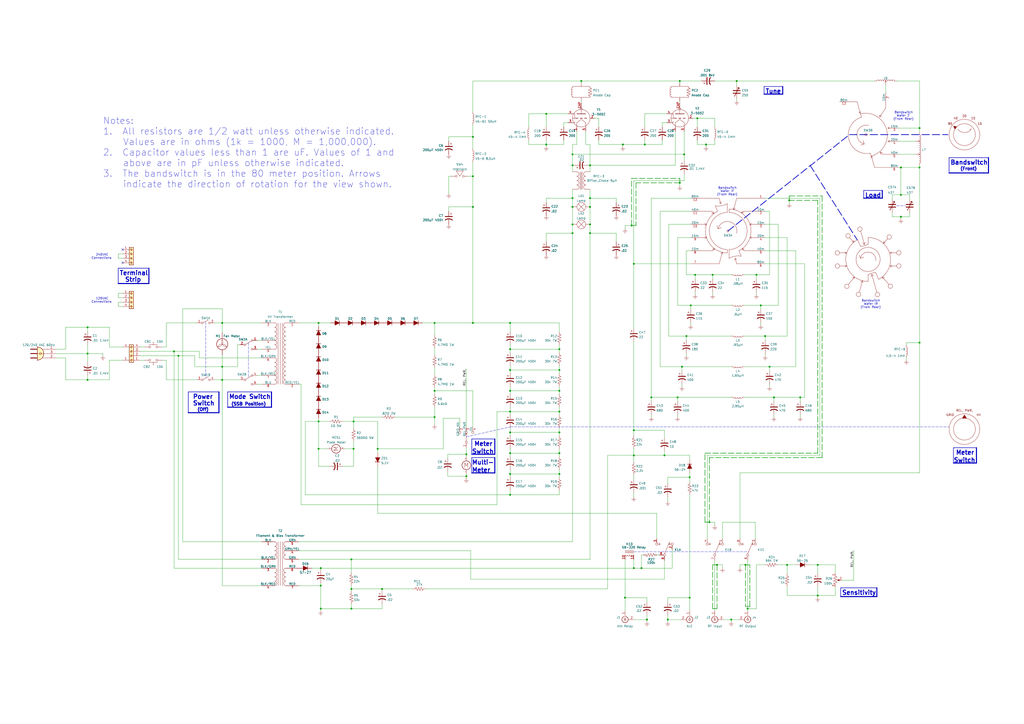
<source format=kicad_sch>
(kicad_sch (version 20211123) (generator eeschema)
  (paper "A2")
  (junction (at 413.385 159.385))
  (junction (at 438.785 159.385))
  (junction (at 522.605 97.155))
  (junction (at 474.345 327.66))
  (junction (at 186.055 339.725))
  (junction (at 128.905 220.345))
  (junction (at 274.32 79.375))
  (junction (at 375.285 359.41))
  (junction (at 395.605 212.725))
  (junction (at 324.485 214.63))
  (junction (at 457.835 116.205))
  (junction (at 128.905 187.325))
  (junction (at 324.485 202.565))
  (junction (at 316.865 83.82))
  (junction (at 332.105 120.015))
  (junction (at 433.705 353.06))
  (junction (at 522.605 125.73))
  (junction (at 324.485 262.89))
  (junction (at 184.785 187.325))
  (junction (at 203.835 353.06))
  (junction (at 396.875 89.535))
  (junction (at 332.105 89.535))
  (junction (at 456.565 327.66))
  (junction (at 50.8 220.345))
  (junction (at 393.065 230.505))
  (junction (at 367.665 249.555))
  (junction (at 342.265 120.015))
  (junction (at 448.945 230.505))
  (junction (at 103.505 206.375))
  (junction (at 184.785 244.475))
  (junction (at 295.91 187.325))
  (junction (at 400.05 276.86))
  (junction (at 404.495 68.58))
  (junction (at 316.865 66.04))
  (junction (at 427.355 46.99))
  (junction (at 372.11 329.565))
  (junction (at 522.605 113.03))
  (junction (at 295.91 287.02))
  (junction (at 398.145 194.945))
  (junction (at 205.105 244.475))
  (junction (at 400.05 346.71))
  (junction (at 424.18 359.41))
  (junction (at 252.095 226.695))
  (junction (at 324.485 250.825))
  (junction (at 367.665 329.565))
  (junction (at 203.835 324.485))
  (junction (at 128.905 212.725))
  (junction (at 366.395 130.81))
  (junction (at 274.32 102.235))
  (junction (at 274.32 187.325))
  (junction (at 361.315 83.82))
  (junction (at 387.35 359.41))
  (junction (at 533.4 198.755))
  (junction (at 403.225 159.385))
  (junction (at 374.015 83.82))
  (junction (at 385.445 264.16))
  (junction (at 377.825 230.505))
  (junction (at 533.4 74.295))
  (junction (at 464.185 230.505))
  (junction (at 295.91 274.955))
  (junction (at 332.105 114.935))
  (junction (at 474.345 345.44))
  (junction (at 219.075 260.35))
  (junction (at 295.91 262.89))
  (junction (at 252.095 241.935))
  (junction (at 324.485 274.955))
  (junction (at 332.105 95.885))
  (junction (at 295.91 214.63))
  (junction (at 50.8 205.105))
  (junction (at 446.405 212.725))
  (junction (at 221.615 341.63))
  (junction (at 337.185 46.99))
  (junction (at 274.32 120.015))
  (junction (at 415.925 327.66))
  (junction (at 324.485 226.695))
  (junction (at 367.665 264.16))
  (junction (at 367.665 153.035))
  (junction (at 342.265 95.885))
  (junction (at 324.485 238.76))
  (junction (at 394.335 46.99))
  (junction (at 362.585 346.71))
  (junction (at 186.055 353.06))
  (junction (at 186.055 329.565))
  (junction (at 409.575 83.82))
  (junction (at 270.51 276.225))
  (junction (at 295.91 202.565))
  (junction (at 342.265 130.175))
  (junction (at 432.435 327.66))
  (junction (at 50.8 189.865))
  (junction (at 443.865 194.945))
  (junction (at 203.835 341.63))
  (junction (at 332.105 130.175))
  (junction (at 441.325 177.165))
  (junction (at 100.965 203.835))
  (junction (at 332.105 135.255))
  (junction (at 270.51 263.525))
  (junction (at 295.91 226.695))
  (junction (at 342.265 135.255))
  (junction (at 400.685 177.165))
  (junction (at 184.785 260.35))
  (junction (at 533.4 97.155))
  (junction (at 295.91 238.76))
  (junction (at 411.48 302.895))
  (junction (at 342.265 114.935))
  (junction (at 394.335 106.045))
  (junction (at 295.91 250.825))
  (junction (at 205.105 260.35))
  (junction (at 252.095 187.325))
  (no_connect (at 71.12 152.4))
  (no_connect (at 71.12 144.78))
  (wire (pts (xy 295.91 262.89) (xy 324.485 262.89)))
  (wire (pts (xy 352.425 264.16) (xy 352.425 341.63)))
  (wire (pts (xy 184.785 270.51) (xy 184.785 260.35)))
  (wire (pts (xy 189.865 260.35) (xy 184.785 260.35)))
  (wire (pts (xy 68.58 172.72) (xy 68.58 170.18)))
  (wire (pts (xy 274.32 93.98) (xy 274.32 102.235)))
  (wire (pts (xy 387.35 288.29) (xy 387.35 290.83)))
  (wire (pts (xy 81.28 208.915) (xy 83.82 208.915)))
  (wire (pts (xy 273.05 319.405) (xy 173.355 319.405)))
  (wire (pts (xy 404.495 68.58) (xy 401.955 68.58)))
  (wire (pts (xy 398.145 194.945) (xy 424.18 194.945)))
  (wire (pts (xy 367.665 104.775) (xy 367.665 153.035)))
  (wire (pts (xy 517.525 113.03) (xy 522.605 113.03)))
  (wire (pts (xy 375.285 359.41) (xy 375.285 356.87)))
  (wire (pts (xy 186.055 339.725) (xy 186.055 338.455)))
  (wire (pts (xy 274.32 79.375) (xy 274.32 86.36)))
  (wire (pts (xy 295.91 260.35) (xy 295.91 262.89)))
  (wire (pts (xy 68.58 175.26) (xy 71.12 175.26)))
  (wire (pts (xy 381 297.815) (xy 219.075 297.815)))
  (wire (pts (xy 332.105 95.885) (xy 332.105 99.695)))
  (wire (pts (xy 124.46 220.345) (xy 128.905 220.345)))
  (wire (pts (xy 68.58 177.8) (xy 68.58 175.26)))
  (wire (pts (xy 381 321.945) (xy 382.27 321.945)))
  (wire (pts (xy 391.795 76.2) (xy 391.795 95.885)))
  (wire (pts (xy 295.91 192.405) (xy 295.91 187.325)))
  (polyline (pts (xy 144.145 198.755) (xy 144.145 219.075)))
  (wire (pts (xy 367.665 264.16) (xy 367.665 267.97)))
  (wire (pts (xy 186.055 353.06) (xy 186.055 354.33)))
  (wire (pts (xy 221.615 341.63) (xy 239.395 341.63)))
  (wire (pts (xy 521.335 81.915) (xy 530.86 81.915)))
  (wire (pts (xy 525.78 207.645) (xy 525.78 208.915)))
  (wire (pts (xy 173.355 324.485) (xy 203.835 324.485)))
  (wire (pts (xy 274.32 102.235) (xy 274.32 120.015)))
  (wire (pts (xy 387.35 360.68) (xy 387.35 359.41)))
  (wire (pts (xy 260.35 102.235) (xy 261.62 102.235)))
  (wire (pts (xy 374.015 81.28) (xy 374.015 83.82)))
  (wire (pts (xy 433.705 353.06) (xy 438.785 353.06)))
  (polyline (pts (xy 469.9 95.885) (xy 497.205 139.065)) (stroke (width 0.4)))
  (wire (pts (xy 100.965 329.565) (xy 151.765 329.565)))
  (wire (pts (xy 411.48 265.43) (xy 411.48 302.895)) (stroke (width 0.3) (type dash)))
  (wire (pts (xy 128.905 212.725) (xy 128.905 220.345)))
  (wire (pts (xy 203.835 341.63) (xy 203.835 342.9)))
  (wire (pts (xy 533.4 97.155) (xy 533.4 198.755)))
  (polyline (pts (xy 487.68 340.995) (xy 487.68 346.075)) (stroke (width 0.3) (type solid)))
  (wire (pts (xy 367.665 359.41) (xy 375.285 359.41)))
  (wire (pts (xy 191.135 270.51) (xy 184.785 270.51)))
  (polyline (pts (xy 68.58 155.575) (xy 68.58 164.465)) (stroke (width 0.3) (type solid)))
  (wire (pts (xy 394.335 103.505) (xy 394.335 106.045)) (stroke (width 0.3)))
  (wire (pts (xy 128.905 220.345) (xy 128.905 339.725)))
  (wire (pts (xy 186.055 329.565) (xy 367.665 329.565)))
  (wire (pts (xy 410.21 312.42) (xy 410.21 264.16)))
  (wire (pts (xy 438.15 312.42) (xy 438.15 302.895)))
  (wire (pts (xy 324.485 250.825) (xy 324.485 248.285)))
  (wire (pts (xy 184.785 244.475) (xy 191.135 244.475)))
  (wire (pts (xy 533.4 46.99) (xy 520.065 46.99)))
  (wire (pts (xy 32.385 207.645) (xy 38.1 207.645)))
  (wire (pts (xy 474.345 262.89) (xy 474.345 116.205)) (stroke (width 0.3) (type dash)))
  (wire (pts (xy 252.095 236.22) (xy 252.095 241.935)))
  (wire (pts (xy 151.765 314.325) (xy 106.045 314.325)))
  (wire (pts (xy 219.075 260.35) (xy 219.075 262.89)))
  (wire (pts (xy 394.335 59.69) (xy 394.335 58.42)))
  (wire (pts (xy 474.345 327.66) (xy 469.265 327.66)))
  (wire (pts (xy 259.715 276.225) (xy 270.51 276.225)))
  (wire (pts (xy 434.975 327.66) (xy 432.435 327.66)) (stroke (width 0.3)))
  (wire (pts (xy 259.715 263.525) (xy 270.51 263.525)))
  (wire (pts (xy 385.445 335.915) (xy 385.445 325.12)))
  (polyline (pts (xy 127 239.395) (xy 127 227.33)) (stroke (width 0.6) (type solid)))
  (wire (pts (xy 367.665 285.75) (xy 367.665 288.29)))
  (wire (pts (xy 173.355 339.725) (xy 186.055 339.725)))
  (wire (pts (xy 387.985 194.945) (xy 398.145 194.945)))
  (wire (pts (xy 441.325 188.595) (xy 441.325 187.325)))
  (wire (pts (xy 387.985 130.175) (xy 387.985 194.945)))
  (wire (pts (xy 332.105 89.535) (xy 332.105 95.885)))
  (wire (pts (xy 316.865 66.04) (xy 329.565 66.04)))
  (wire (pts (xy 409.575 83.82) (xy 414.655 83.82)))
  (wire (pts (xy 324.485 274.955) (xy 324.485 276.86)))
  (wire (pts (xy 149.225 217.805) (xy 151.765 217.805)))
  (polyline (pts (xy 295.91 247.65) (xy 550.545 247.65)))
  (wire (pts (xy 456.565 345.44) (xy 474.345 345.44)))
  (wire (pts (xy 96.52 220.345) (xy 96.52 208.915)))
  (wire (pts (xy 274.32 46.99) (xy 337.185 46.99)))
  (wire (pts (xy 149.225 202.565) (xy 151.765 202.565)))
  (wire (pts (xy 337.185 46.99) (xy 337.185 48.26)))
  (polyline (pts (xy 157.48 227.33) (xy 132.08 227.33)) (stroke (width 0.3) (type solid)))
  (wire (pts (xy 375.285 346.71) (xy 362.585 346.71)))
  (wire (pts (xy 398.145 206.375) (xy 398.145 205.105)))
  (wire (pts (xy 466.725 153.035) (xy 466.725 230.505)))
  (wire (pts (xy 295.91 274.955) (xy 295.91 276.86)))
  (wire (pts (xy 400.05 346.71) (xy 400.05 354.33)))
  (wire (pts (xy 400.05 264.16) (xy 400.05 266.7)))
  (wire (pts (xy 270.51 274.955) (xy 270.51 276.225)))
  (wire (pts (xy 419.735 359.41) (xy 424.18 359.41)))
  (wire (pts (xy 533.4 198.755) (xy 533.4 274.32)))
  (wire (pts (xy 457.835 113.665) (xy 457.835 116.205)) (stroke (width 0.3)))
  (wire (pts (xy 395.605 224.155) (xy 395.605 222.885)))
  (wire (pts (xy 461.645 145.415) (xy 443.865 145.415)))
  (wire (pts (xy 50.8 220.345) (xy 63.5 220.345)))
  (wire (pts (xy 433.705 325.12) (xy 433.705 353.06)))
  (wire (pts (xy 221.615 350.52) (xy 221.615 353.06)))
  (polyline (pts (xy 511.81 110.49) (xy 501.015 110.49)) (stroke (width 0.3) (type solid)))
  (wire (pts (xy 424.18 359.41) (xy 428.625 359.41)))
  (wire (pts (xy 186.055 329.565) (xy 180.975 329.565)))
  (wire (pts (xy 525.78 200.025) (xy 525.78 198.755)))
  (wire (pts (xy 324.485 187.325) (xy 324.485 192.405)))
  (wire (pts (xy 327.025 73.66) (xy 327.025 71.12)))
  (wire (pts (xy 403.225 159.385) (xy 398.145 159.385)))
  (polyline (pts (xy 273.685 263.525) (xy 287.02 263.525)) (stroke (width 0.6) (type solid)))
  (wire (pts (xy 368.935 130.81) (xy 366.395 130.81)) (stroke (width 0.3)))
  (polyline (pts (xy 443.23 54.61) (xy 454.025 54.61)) (stroke (width 0.6) (type solid)))
  (wire (pts (xy 252.095 224.79) (xy 252.095 226.695)))
  (polyline (pts (xy 287.02 263.525) (xy 287.02 254.635)) (stroke (width 0.6) (type solid)))
  (wire (pts (xy 295.91 236.22) (xy 295.91 238.76)))
  (wire (pts (xy 324.485 202.565) (xy 324.485 200.025)))
  (wire (pts (xy 408.94 302.895) (xy 408.94 262.89)) (stroke (width 0.3) (type dash)))
  (wire (pts (xy 429.26 329.565) (xy 429.26 327.66)))
  (wire (pts (xy 306.705 66.04) (xy 316.865 66.04)))
  (wire (pts (xy 513.715 49.53) (xy 513.715 53.975)))
  (wire (pts (xy 50.8 189.865) (xy 63.5 189.865)))
  (polyline (pts (xy 157.48 236.22) (xy 157.48 227.33)) (stroke (width 0.6) (type solid)))
  (wire (pts (xy 324.485 262.89) (xy 324.485 260.35)))
  (wire (pts (xy 367.665 324.485) (xy 367.665 329.565)))
  (wire (pts (xy 387.35 349.25) (xy 387.35 346.71)))
  (wire (pts (xy 408.94 262.89) (xy 474.345 262.89)) (stroke (width 0.3) (type dash)))
  (wire (pts (xy 337.185 59.69) (xy 337.185 58.42)))
  (wire (pts (xy 387.35 276.86) (xy 400.05 276.86)))
  (polyline (pts (xy 132.08 236.22) (xy 157.48 236.22)) (stroke (width 0.6) (type solid)))
  (wire (pts (xy 443.865 114.935) (xy 475.615 114.935)))
  (wire (pts (xy 393.065 241.935) (xy 393.065 240.665)))
  (wire (pts (xy 367.665 260.35) (xy 367.665 264.16)))
  (wire (pts (xy 403.225 170.815) (xy 403.225 169.545)))
  (wire (pts (xy 357.505 135.255) (xy 342.265 135.255)))
  (wire (pts (xy 466.725 153.035) (xy 443.865 153.035)))
  (wire (pts (xy 389.89 329.565) (xy 389.89 318.77)))
  (polyline (pts (xy 109.22 227.33) (xy 109.22 239.395)) (stroke (width 0.3) (type solid)))
  (wire (pts (xy 205.105 270.51) (xy 205.105 260.35)))
  (wire (pts (xy 476.885 113.665) (xy 476.885 265.43)) (stroke (width 0.3) (type dash)))
  (wire (pts (xy 357.505 114.935) (xy 342.265 114.935)))
  (polyline (pts (xy 511.81 114.935) (xy 511.81 110.49)) (stroke (width 0.6) (type solid)))
  (wire (pts (xy 184.785 187.325) (xy 173.355 187.325)))
  (wire (pts (xy 408.94 302.895) (xy 411.48 302.895)) (stroke (width 0.3)))
  (wire (pts (xy 124.46 187.325) (xy 128.905 187.325)))
  (wire (pts (xy 438.785 353.06) (xy 438.785 327.66)))
  (wire (pts (xy 367.665 153.035) (xy 400.685 153.035)))
  (wire (pts (xy 184.785 189.23) (xy 184.785 187.325)))
  (wire (pts (xy 347.345 73.66) (xy 347.345 68.58)))
  (wire (pts (xy 393.065 230.505) (xy 424.18 230.505)))
  (wire (pts (xy 382.905 122.555) (xy 400.685 122.555)))
  (wire (pts (xy 316.865 73.66) (xy 316.865 66.04)))
  (polyline (pts (xy 127 227.33) (xy 109.22 227.33)) (stroke (width 0.3) (type solid)))
  (wire (pts (xy 337.185 46.99) (xy 394.335 46.99)))
  (wire (pts (xy 533.4 46.99) (xy 533.4 74.295)))
  (wire (pts (xy 384.175 73.66) (xy 384.175 71.12)))
  (wire (pts (xy 367.665 329.565) (xy 372.11 329.565)))
  (wire (pts (xy 252.095 226.695) (xy 252.095 228.6)))
  (polyline (pts (xy 520.065 119.38) (xy 525.145 119.38)))
  (wire (pts (xy 400.05 287.02) (xy 400.05 346.71)))
  (wire (pts (xy 451.485 130.175) (xy 451.485 177.165)))
  (wire (pts (xy 517.525 115.57) (xy 517.525 113.03)))
  (wire (pts (xy 414.655 46.99) (xy 427.355 46.99)))
  (wire (pts (xy 271.78 102.235) (xy 274.32 102.235)))
  (wire (pts (xy 324.485 226.695) (xy 324.485 228.6)))
  (wire (pts (xy 342.265 83.82) (xy 342.265 95.885)))
  (wire (pts (xy 198.755 244.475) (xy 205.105 244.475)))
  (wire (pts (xy 394.335 106.045) (xy 394.335 107.95)))
  (wire (pts (xy 398.145 159.385) (xy 398.145 145.415)))
  (wire (pts (xy 443.865 194.945) (xy 456.565 194.945)))
  (wire (pts (xy 443.865 206.375) (xy 443.865 205.105)))
  (wire (pts (xy 464.185 233.045) (xy 464.185 230.505)))
  (wire (pts (xy 342.265 135.255) (xy 342.265 324.485)))
  (wire (pts (xy 295.91 226.695) (xy 295.91 228.6)))
  (wire (pts (xy 400.685 179.705) (xy 400.685 177.165)))
  (wire (pts (xy 50.8 189.865) (xy 38.1 189.865)))
  (wire (pts (xy 362.585 130.81) (xy 362.585 132.715)))
  (wire (pts (xy 68.58 170.18) (xy 71.12 170.18)))
  (wire (pts (xy 327.025 81.28) (xy 327.025 83.82)))
  (wire (pts (xy 400.685 188.595) (xy 400.685 187.325)))
  (wire (pts (xy 367.665 198.12) (xy 367.665 249.555)))
  (polyline (pts (xy 422.275 133.985) (xy 492.76 78.105)) (stroke (width 0.4)))
  (wire (pts (xy 324.485 226.695) (xy 324.485 224.155)))
  (wire (pts (xy 128.905 187.325) (xy 128.905 193.04)))
  (wire (pts (xy 260.35 122.555) (xy 260.35 120.015)))
  (wire (pts (xy 174.625 222.885) (xy 173.355 222.885)))
  (wire (pts (xy 324.485 214.63) (xy 324.485 216.535)))
  (wire (pts (xy 393.065 137.795) (xy 400.685 137.795)))
  (wire (pts (xy 324.485 238.76) (xy 324.485 236.22)))
  (wire (pts (xy 385.445 264.16) (xy 400.05 264.16)))
  (wire (pts (xy 259.715 266.065) (xy 259.715 263.525)))
  (wire (pts (xy 295.91 262.89) (xy 295.91 264.795)))
  (wire (pts (xy 400.05 274.32) (xy 400.05 276.86)))
  (wire (pts (xy 398.145 145.415) (xy 400.685 145.415)))
  (wire (pts (xy 438.785 327.66) (xy 443.865 327.66)))
  (polyline (pts (xy 487.68 346.075) (xy 508.635 346.075)) (stroke (width 0.6) (type solid)))
  (wire (pts (xy 327.025 83.82) (xy 316.865 83.82)))
  (polyline (pts (xy 367.665 320.04) (xy 434.34 320.04)))
  (wire (pts (xy 295.91 250.825) (xy 324.485 250.825)))
  (wire (pts (xy 316.865 135.255) (xy 316.865 140.335)))
  (wire (pts (xy 50.8 205.105) (xy 50.8 210.185)))
  (wire (pts (xy 137.795 200.025) (xy 139.065 200.025)))
  (wire (pts (xy 357.505 117.475) (xy 357.505 114.935)))
  (wire (pts (xy 404.495 73.66) (xy 404.495 68.58)))
  (wire (pts (xy 431.8 177.165) (xy 441.325 177.165)))
  (wire (pts (xy 419.1 329.565) (xy 419.1 327.66)))
  (wire (pts (xy 100.965 203.835) (xy 115.57 203.835)))
  (wire (pts (xy 184.785 242.57) (xy 184.785 244.475)))
  (wire (pts (xy 367.665 153.035) (xy 367.665 190.5)))
  (wire (pts (xy 270.51 259.715) (xy 270.51 263.525)))
  (wire (pts (xy 63.5 189.865) (xy 63.5 201.295)))
  (wire (pts (xy 431.8 230.505) (xy 448.945 230.505)))
  (wire (pts (xy 474.345 116.205) (xy 457.835 116.205)) (stroke (width 0.3) (type dash)))
  (wire (pts (xy 372.11 329.565) (xy 389.89 329.565)))
  (wire (pts (xy 395.605 215.265) (xy 395.605 212.725)))
  (polyline (pts (xy 287.02 254.635) (xy 273.685 254.635)) (stroke (width 0.3) (type solid)))
  (wire (pts (xy 63.5 220.345) (xy 63.5 208.915)))
  (wire (pts (xy 396.875 76.2) (xy 396.875 89.535)))
  (wire (pts (xy 433.705 353.06) (xy 433.705 354.33)))
  (wire (pts (xy 474.345 332.74) (xy 474.345 327.66)))
  (polyline (pts (xy 68.58 164.465) (xy 86.36 164.465)) (stroke (width 0.6) (type solid)))
  (polyline (pts (xy 566.42 268.605) (xy 566.42 259.715)) (stroke (width 0.6) (type solid)))
  (wire (pts (xy 177.165 287.02) (xy 295.91 287.02)))
  (wire (pts (xy 429.26 274.32) (xy 429.26 312.42)))
  (polyline (pts (xy 119.38 186.69) (xy 119.38 219.075)))
  (wire (pts (xy 413.385 327.66) (xy 415.925 327.66)) (stroke (width 0.3)))
  (wire (pts (xy 415.925 327.66) (xy 415.925 353.06)) (stroke (width 0.3) (type dash)))
  (wire (pts (xy 288.29 238.76) (xy 295.91 238.76)))
  (wire (pts (xy 367.665 249.555) (xy 367.665 252.73)))
  (wire (pts (xy 382.905 212.725) (xy 395.605 212.725)))
  (wire (pts (xy 128.905 179.07) (xy 128.905 187.325)))
  (wire (pts (xy 186.055 339.725) (xy 186.055 353.06)))
  (wire (pts (xy 375.285 360.68) (xy 375.285 359.41)))
  (wire (pts (xy 384.175 83.82) (xy 374.015 83.82)))
  (wire (pts (xy 205.105 260.35) (xy 200.025 260.35)))
  (wire (pts (xy 103.505 324.485) (xy 103.505 206.375)))
  (wire (pts (xy 257.175 242.57) (xy 257.175 260.35)))
  (wire (pts (xy 274.32 187.325) (xy 295.91 187.325)))
  (wire (pts (xy 347.345 81.28) (xy 347.345 83.82)))
  (wire (pts (xy 404.495 83.82) (xy 409.575 83.82)))
  (wire (pts (xy 446.405 215.265) (xy 446.405 212.725)))
  (wire (pts (xy 441.325 177.165) (xy 451.485 177.165)))
  (wire (pts (xy 427.355 46.99) (xy 507.365 46.99)))
  (wire (pts (xy 495.3 336.55) (xy 495.3 319.405)))
  (wire (pts (xy 438.785 159.385) (xy 431.8 159.385)))
  (wire (pts (xy 443.865 122.555) (xy 446.405 122.555)))
  (wire (pts (xy 387.35 359.41) (xy 387.35 356.87)))
  (wire (pts (xy 295.91 238.76) (xy 324.485 238.76)))
  (wire (pts (xy 413.385 170.815) (xy 413.385 169.545)))
  (wire (pts (xy 342.265 114.935) (xy 342.265 120.015)))
  (wire (pts (xy 260.35 120.015) (xy 274.32 120.015)))
  (wire (pts (xy 260.35 79.375) (xy 274.32 79.375)))
  (wire (pts (xy 252.095 187.325) (xy 252.095 194.31)))
  (wire (pts (xy 340.995 95.885) (xy 342.265 95.885)))
  (wire (pts (xy 367.665 264.16) (xy 385.445 264.16)))
  (wire (pts (xy 252.095 213.36) (xy 252.095 217.17)))
  (wire (pts (xy 149.225 222.885) (xy 151.765 222.885)))
  (wire (pts (xy 456.565 137.795) (xy 456.565 194.945)))
  (wire (pts (xy 324.485 202.565) (xy 324.485 204.47)))
  (wire (pts (xy 38.1 220.345) (xy 38.1 207.645)))
  (wire (pts (xy 432.435 327.66) (xy 432.435 351.79)) (stroke (width 0.3) (type dash)))
  (wire (pts (xy 387.985 130.175) (xy 400.685 130.175)))
  (wire (pts (xy 461.645 145.415) (xy 461.645 212.725)))
  (wire (pts (xy 295.91 226.695) (xy 324.485 226.695)))
  (wire (pts (xy 316.865 85.09) (xy 316.865 83.82)))
  (wire (pts (xy 137.795 212.725) (xy 128.905 212.725)))
  (wire (pts (xy 257.175 260.35) (xy 219.075 260.35)))
  (wire (pts (xy 419.1 312.42) (xy 419.1 302.895)))
  (wire (pts (xy 413.385 353.06) (xy 415.925 353.06)) (stroke (width 0.3)))
  (wire (pts (xy 431.8 212.725) (xy 446.405 212.725)))
  (wire (pts (xy 332.105 114.935) (xy 332.105 120.015)))
  (wire (pts (xy 429.26 327.66) (xy 432.435 327.66)))
  (wire (pts (xy 205.105 241.935) (xy 221.615 241.935)))
  (wire (pts (xy 434.975 351.79) (xy 434.975 327.66)) (stroke (width 0.3) (type dash)))
  (wire (pts (xy 149.225 197.485) (xy 151.765 197.485)))
  (wire (pts (xy 456.565 137.795) (xy 443.865 137.795)))
  (wire (pts (xy 316.865 83.82) (xy 306.705 83.82)))
  (wire (pts (xy 316.865 135.255) (xy 332.105 135.255)))
  (wire (pts (xy 203.835 324.485) (xy 203.835 332.105)))
  (wire (pts (xy 96.52 187.325) (xy 114.3 187.325)))
  (wire (pts (xy 203.835 341.63) (xy 221.615 341.63)))
  (wire (pts (xy 394.335 46.99) (xy 394.335 48.26)))
  (wire (pts (xy 446.405 212.725) (xy 461.645 212.725)))
  (polyline (pts (xy 550.545 91.44) (xy 550.545 100.33)) (stroke (width 0.3) (type solid)))
  (wire (pts (xy 332.105 83.82) (xy 332.105 89.535)))
  (wire (pts (xy 173.355 314.325) (xy 332.105 314.325)))
  (wire (pts (xy 295.91 212.09) (xy 295.91 214.63)))
  (wire (pts (xy 372.11 321.945) (xy 373.38 321.945)))
  (wire (pts (xy 521.335 97.155) (xy 522.605 97.155)))
  (wire (pts (xy 381 312.42) (xy 381 297.815)))
  (wire (pts (xy 71.12 149.86) (xy 68.58 149.86)))
  (wire (pts (xy 270.51 264.795) (xy 270.51 263.525)))
  (wire (pts (xy 191.77 187.325) (xy 184.785 187.325)))
  (wire (pts (xy 63.5 201.295) (xy 71.12 201.295)))
  (wire (pts (xy 367.665 104.775) (xy 396.875 104.775)))
  (wire (pts (xy 332.105 89.535) (xy 396.875 89.535)))
  (polyline (pts (xy 492.76 78.105) (xy 549.91 78.105)) (stroke (width 0.4)))
  (wire (pts (xy 456.565 345.44) (xy 456.565 340.36)))
  (wire (pts (xy 375.285 349.25) (xy 375.285 346.71)))
  (wire (pts (xy 400.05 276.86) (xy 400.05 279.4)))
  (wire (pts (xy 96.52 187.325) (xy 96.52 201.295)))
  (polyline (pts (xy 573.405 100.33) (xy 573.405 91.44)) (stroke (width 0.6) (type solid)))
  (wire (pts (xy 443.865 130.175) (xy 451.485 130.175)))
  (wire (pts (xy 414.655 81.28) (xy 414.655 83.82)))
  (wire (pts (xy 334.645 76.2) (xy 334.645 83.82)))
  (wire (pts (xy 413.385 353.06) (xy 413.385 327.66)) (stroke (width 0.3) (type dash)))
  (wire (pts (xy 174.625 292.735) (xy 174.625 222.885)))
  (wire (pts (xy 260.35 112.395) (xy 260.35 102.235)))
  (wire (pts (xy 270.51 276.225) (xy 270.51 277.495)))
  (wire (pts (xy 443.865 197.485) (xy 443.865 194.945)))
  (wire (pts (xy 38.1 220.345) (xy 50.8 220.345)))
  (wire (pts (xy 424.18 360.68) (xy 424.18 359.41)))
  (wire (pts (xy 324.485 287.02) (xy 324.485 284.48)))
  (wire (pts (xy 71.12 172.72) (xy 68.58 172.72)))
  (wire (pts (xy 448.945 233.045) (xy 448.945 230.505)))
  (wire (pts (xy 414.655 302.895) (xy 414.655 304.8)))
  (wire (pts (xy 339.725 76.2) (xy 339.725 83.82)))
  (wire (pts (xy 342.265 130.175) (xy 342.265 135.255)))
  (wire (pts (xy 113.03 212.725) (xy 113.03 206.375)))
  (wire (pts (xy 81.28 201.295) (xy 83.82 201.295)))
  (wire (pts (xy 295.91 214.63) (xy 295.91 216.535)))
  (wire (pts (xy 457.835 113.665) (xy 476.885 113.665)) (stroke (width 0.3) (type dash)))
  (wire (pts (xy 456.565 332.74) (xy 456.565 327.66)))
  (wire (pts (xy 521.335 74.295) (xy 533.4 74.295)))
  (wire (pts (xy 385.445 249.555) (xy 385.445 254)))
  (wire (pts (xy 409.575 85.09) (xy 409.575 83.82)))
  (wire (pts (xy 295.91 250.825) (xy 295.91 252.73)))
  (wire (pts (xy 410.21 264.16) (xy 475.615 264.16)))
  (polyline (pts (xy 501.015 114.935) (xy 511.81 114.935)) (stroke (width 0.6) (type solid)))
  (polyline (pts (xy 287.02 265.43) (xy 273.685 265.43)) (stroke (width 0.3) (type solid)))
  (polyline (pts (xy 454.025 54.61) (xy 454.025 50.165)) (stroke (width 0.6) (type solid)))
  (wire (pts (xy 385.445 261.62) (xy 385.445 264.16)))
  (wire (pts (xy 368.935 106.045) (xy 368.935 130.81)) (stroke (width 0.3) (type dash)))
  (wire (pts (xy 342.265 95.885) (xy 342.265 99.695)))
  (wire (pts (xy 295.91 272.415) (xy 295.91 274.955)))
  (wire (pts (xy 377.825 114.935) (xy 377.825 230.505)))
  (wire (pts (xy 400.685 177.165) (xy 424.18 177.165)))
  (wire (pts (xy 448.945 230.505) (xy 464.185 230.505)))
  (wire (pts (xy 327.025 71.12) (xy 329.565 71.12)))
  (wire (pts (xy 332.105 130.175) (xy 332.105 135.255)))
  (wire (pts (xy 385.445 249.555) (xy 367.665 249.555)))
  (wire (pts (xy 377.825 230.505) (xy 393.065 230.505)))
  (polyline (pts (xy 132.08 227.33) (xy 132.08 236.22)) (stroke (width 0.3) (type solid)))
  (polyline (pts (xy 550.545 100.33) (xy 573.405 100.33)) (stroke (width 0.6) (type solid)))
  (wire (pts (xy 332.105 109.855) (xy 332.105 114.935)))
  (wire (pts (xy 252.095 187.325) (xy 245.11 187.325)))
  (wire (pts (xy 438.785 161.925) (xy 438.785 159.385)))
  (wire (pts (xy 266.7 247.65) (xy 266.7 242.57)))
  (wire (pts (xy 203.835 353.06) (xy 186.055 353.06)))
  (wire (pts (xy 114.3 220.345) (xy 96.52 220.345)))
  (polyline (pts (xy 553.085 259.715) (xy 553.085 268.605)) (stroke (width 0.3) (type solid)))
  (wire (pts (xy 362.585 324.485) (xy 362.585 346.71)))
  (polyline (pts (xy 553.085 268.605) (xy 566.42 268.605)) (stroke (width 0.6) (type solid)))
  (wire (pts (xy 128.905 187.325) (xy 151.765 187.325)))
  (wire (pts (xy 533.4 74.295) (xy 533.4 76.835)))
  (wire (pts (xy 403.225 159.385) (xy 413.385 159.385)))
  (wire (pts (xy 393.065 137.795) (xy 393.065 177.165)))
  (wire (pts (xy 295.91 214.63) (xy 324.485 214.63)))
  (wire (pts (xy 106.045 179.07) (xy 106.045 314.325)))
  (wire (pts (xy 115.57 207.645) (xy 151.765 207.645)))
  (wire (pts (xy 252.095 201.93) (xy 252.095 205.74)))
  (wire (pts (xy 404.495 68.58) (xy 414.655 68.58)))
  (wire (pts (xy 59.69 205.105) (xy 59.69 206.375)))
  (wire (pts (xy 377.825 241.935) (xy 377.825 240.665)))
  (wire (pts (xy 252.095 241.935) (xy 252.095 246.38)))
  (wire (pts (xy 372.11 329.565) (xy 372.11 321.945)))
  (wire (pts (xy 324.485 250.825) (xy 324.485 252.73)))
  (wire (pts (xy 387.35 346.71) (xy 400.05 346.71)))
  (wire (pts (xy 295.91 202.565) (xy 324.485 202.565)))
  (wire (pts (xy 342.265 109.855) (xy 342.265 114.935)))
  (wire (pts (xy 517.525 125.73) (xy 517.525 123.19)))
  (wire (pts (xy 411.48 302.895) (xy 414.655 302.895)))
  (wire (pts (xy 394.335 46.99) (xy 407.035 46.99)))
  (wire (pts (xy 352.425 341.63) (xy 247.015 341.63)))
  (wire (pts (xy 103.505 206.375) (xy 113.03 206.375)))
  (wire (pts (xy 324.485 262.89) (xy 324.485 264.795)))
  (wire (pts (xy 456.565 327.66) (xy 451.485 327.66)))
  (wire (pts (xy 393.065 177.165) (xy 400.685 177.165)))
  (wire (pts (xy 474.345 346.71) (xy 474.345 345.44)))
  (wire (pts (xy 522.605 125.73) (xy 527.685 125.73)))
  (wire (pts (xy 347.345 68.58) (xy 344.805 68.58)))
  (wire (pts (xy 396.875 89.535) (xy 396.875 93.345)))
  (wire (pts (xy 50.8 205.105) (xy 32.385 205.105)))
  (wire (pts (xy 177.165 244.475) (xy 184.785 244.475)))
  (wire (pts (xy 446.405 224.155) (xy 446.405 222.885)))
  (wire (pts (xy 457.835 116.205) (xy 457.835 118.11)))
  (wire (pts (xy 384.175 81.28) (xy 384.175 83.82)))
  (wire (pts (xy 295.91 284.48) (xy 295.91 287.02)))
  (wire (pts (xy 128.905 220.345) (xy 139.065 220.345)))
  (wire (pts (xy 377.825 233.045) (xy 377.825 230.505)))
  (wire (pts (xy 521.335 89.535) (xy 530.86 89.535)))
  (wire (pts (xy 274.32 72.39) (xy 274.32 79.375)))
  (wire (pts (xy 295.91 200.025) (xy 295.91 202.565)))
  (wire (pts (xy 273.05 335.915) (xy 385.445 335.915)))
  (wire (pts (xy 295.91 224.155) (xy 295.91 226.695)))
  (wire (pts (xy 221.615 341.63) (xy 221.615 342.9)))
  (wire (pts (xy 295.91 287.02) (xy 324.485 287.02)))
  (wire (pts (xy 38.1 189.865) (xy 38.1 202.565)))
  (wire (pts (xy 533.4 274.32) (xy 429.26 274.32)))
  (wire (pts (xy 434.975 351.79) (xy 432.435 351.79)) (stroke (width 0.3)))
  (wire (pts (xy 324.485 238.76) (xy 324.485 240.665)))
  (wire (pts (xy 394.335 106.045) (xy 368.935 106.045)) (stroke (width 0.3) (type dash)))
  (wire (pts (xy 96.52 208.915) (xy 93.98 208.915)))
  (polyline (pts (xy 454.025 50.165) (xy 443.23 50.165)) (stroke (width 0.3) (type solid)))
  (wire (pts (xy 427.355 58.42) (xy 427.355 57.15)))
  (wire (pts (xy 474.345 327.66) (xy 484.505 327.66)))
  (wire (pts (xy 387.35 276.86) (xy 387.35 280.67)))
  (wire (pts (xy 219.075 297.815) (xy 219.075 270.51)))
  (wire (pts (xy 438.785 159.385) (xy 446.405 159.385)))
  (polyline (pts (xy 566.42 259.715) (xy 553.085 259.715)) (stroke (width 0.3) (type solid)))
  (wire (pts (xy 366.395 103.505) (xy 394.335 103.505)) (stroke (width 0.3) (type dash)))
  (wire (pts (xy 295.91 248.285) (xy 295.91 250.825)))
  (wire (pts (xy 221.615 353.06) (xy 203.835 353.06)))
  (wire (pts (xy 68.58 149.86) (xy 68.58 147.32)))
  (polyline (pts (xy 270.51 253.365) (xy 295.91 247.65)))
  (wire (pts (xy 342.265 95.885) (xy 391.795 95.885)))
  (wire (pts (xy 476.885 265.43) (xy 411.48 265.43)) (stroke (width 0.3) (type dash)))
  (wire (pts (xy 527.685 113.03) (xy 527.685 115.57)))
  (wire (pts (xy 522.605 127) (xy 522.605 125.73)))
  (wire (pts (xy 205.105 255.905) (xy 205.105 260.35)))
  (wire (pts (xy 525.78 198.755) (xy 533.4 198.755)))
  (wire (pts (xy 295.91 274.955) (xy 324.485 274.955)))
  (polyline (pts (xy 508.635 346.075) (xy 508.635 340.995)) (stroke (width 0.6) (type solid)))
  (wire (pts (xy 186.055 330.835) (xy 186.055 329.565)))
  (wire (pts (xy 229.235 241.935) (xy 252.095 241.935)))
  (polyline (pts (xy 573.405 91.44) (xy 550.545 91.44)) (stroke (width 0.3) (type solid)))
  (wire (pts (xy 81.28 203.835) (xy 100.965 203.835)))
  (wire (pts (xy 366.395 130.81) (xy 362.585 130.81)))
  (wire (pts (xy 361.315 83.82) (xy 374.015 83.82)))
  (wire (pts (xy 32.385 202.565) (xy 38.1 202.565)))
  (wire (pts (xy 174.625 292.735) (xy 288.29 292.735)))
  (polyline (pts (xy 508.635 340.995) (xy 487.68 340.995)) (stroke (width 0.3) (type solid)))
  (wire (pts (xy 128.905 205.74) (xy 128.905 212.725)))
  (polyline (pts (xy 501.015 110.49) (xy 501.015 114.935)) (stroke (width 0.3) (type solid)))
  (wire (pts (xy 50.8 192.405) (xy 50.8 189.865)))
  (wire (pts (xy 205.105 244.475) (xy 219.075 244.475)))
  (wire (pts (xy 446.405 122.555) (xy 446.405 159.385)))
  (wire (pts (xy 427.355 46.99) (xy 427.355 49.53)))
  (wire (pts (xy 366.395 130.81) (xy 366.395 103.505)) (stroke (width 0.3) (type dash)))
  (wire (pts (xy 106.045 179.07) (xy 128.905 179.07)))
  (wire (pts (xy 352.425 264.16) (xy 367.665 264.16)))
  (polyline (pts (xy 86.36 155.575) (xy 68.58 155.575)) (stroke (width 0.3) (type solid)))
  (wire (pts (xy 474.345 345.44) (xy 474.345 340.36)))
  (wire (pts (xy 198.755 270.51) (xy 205.105 270.51)))
  (wire (pts (xy 115.57 207.645) (xy 115.57 203.835)))
  (wire (pts (xy 382.905 122.555) (xy 382.905 212.725)))
  (wire (pts (xy 203.835 339.725) (xy 203.835 341.63)))
  (wire (pts (xy 324.485 214.63) (xy 324.485 212.09)))
  (wire (pts (xy 71.12 177.8) (xy 68.58 177.8)))
  (wire (pts (xy 306.705 73.66) (xy 306.705 66.04)))
  (wire (pts (xy 332.105 120.015) (xy 332.105 130.175)))
  (wire (pts (xy 103.505 324.485) (xy 151.765 324.485)))
  (wire (pts (xy 533.4 97.155) (xy 533.4 95.885)))
  (wire (pts (xy 475.615 114.935) (xy 475.615 264.16)))
  (wire (pts (xy 100.965 329.565) (xy 100.965 203.835)))
  (wire (pts (xy 441.325 179.705) (xy 441.325 177.165)))
  (wire (pts (xy 484.505 345.44) (xy 474.345 345.44)))
  (wire (pts (xy 394.97 359.41) (xy 387.35 359.41)))
  (wire (pts (xy 332.105 83.82) (xy 334.645 83.82)))
  (wire (pts (xy 374.015 66.04) (xy 386.715 66.04)))
  (wire (pts (xy 316.865 117.475) (xy 316.865 114.935)))
  (wire (pts (xy 50.8 200.025) (xy 50.8 205.105)))
  (wire (pts (xy 259.715 273.685) (xy 259.715 276.225)))
  (polyline (pts (xy 273.685 254.635) (xy 273.685 263.525)) (stroke (width 0.3) (type solid)))
  (wire (pts (xy 361.315 85.09) (xy 361.315 83.82)))
  (wire (pts (xy 404.495 81.28) (xy 404.495 83.82)))
  (wire (pts (xy 464.185 230.505) (xy 466.725 230.505)))
  (wire (pts (xy 484.505 327.66) (xy 484.505 332.74)))
  (wire (pts (xy 522.605 97.155) (xy 533.4 97.155)))
  (wire (pts (xy 81.28 206.375) (xy 103.505 206.375)))
  (wire (pts (xy 137.795 200.025) (xy 137.795 212.725)))
  (wire (pts (xy 448.945 241.935) (xy 448.945 240.665)))
  (wire (pts (xy 68.58 147.32) (xy 71.12 147.32)))
  (wire (pts (xy 205.105 244.475) (xy 205.105 248.285)))
  (wire (pts (xy 219.075 244.475) (xy 219.075 260.35)))
  (wire (pts (xy 295.91 238.76) (xy 295.91 240.665)))
  (wire (pts (xy 274.32 226.695) (xy 274.32 247.65)))
  (wire (pts (xy 413.385 161.925) (xy 413.385 159.385)))
  (wire (pts (xy 464.185 241.935) (xy 464.185 240.665)))
  (wire (pts (xy 93.98 201.295) (xy 96.52 201.295)))
  (wire (pts (xy 357.505 135.255) (xy 357.505 140.335)))
  (wire (pts (xy 398.145 197.485) (xy 398.145 194.945)))
  (wire (pts (xy 517.525 125.73) (xy 522.605 125.73)))
  (wire (pts (xy 342.265 83.82) (xy 339.725 83.82)))
  (wire (pts (xy 527.685 123.19) (xy 527.685 125.73)))
  (wire (pts (xy 295.91 187.325) (xy 324.485 187.325)))
  (wire (pts (xy 419.1 327.66) (xy 415.925 327.66)))
  (wire (pts (xy 266.7 242.57) (xy 257.175 242.57)))
  (wire (pts (xy 419.1 302.895) (xy 438.15 302.895)))
  (polyline (pts (xy 273.685 265.43) (xy 273.685 274.32)) (stroke (width 0.3) (type solid)))
  (wire (pts (xy 414.655 73.66) (xy 414.655 68.58)))
  (wire (pts (xy 414.655 325.12) (xy 414.655 354.33)))
  (wire (pts (xy 184.785 244.475) (xy 184.785 260.35)))
  (wire (pts (xy 522.605 113.03) (xy 527.685 113.03)))
  (wire (pts (xy 151.765 339.725) (xy 128.905 339.725)))
  (wire (pts (xy 413.385 159.385) (xy 424.18 159.385)))
  (wire (pts (xy 396.875 104.775) (xy 396.875 100.965)))
  (wire (pts (xy 384.175 71.12) (xy 386.715 71.12)))
  (wire (pts (xy 295.91 202.565) (xy 295.91 204.47)))
  (wire (pts (xy 316.865 81.28) (xy 316.865 83.82)))
  (wire (pts (xy 362.585 346.71) (xy 362.585 354.33)))
  (wire (pts (xy 203.835 353.06) (xy 203.835 350.52)))
  (wire (pts (xy 403.225 161.925) (xy 403.225 159.385)))
  (polyline (pts (xy 287.02 274.32) (xy 287.02 265.43)) (stroke (width 0.6) (type solid)))
  (wire (pts (xy 522.605 97.155) (xy 522.605 113.03)))
  (wire (pts (xy 316.865 114.935) (xy 332.105 114.935)))
  (wire (pts (xy 438.785 170.815) (xy 438.785 169.545)))
  (wire (pts (xy 274.32 46.99) (xy 274.32 64.77)))
  (wire (pts (xy 431.8 194.945) (xy 443.865 194.945)))
  (wire (pts (xy 177.165 244.475) (xy 177.165 287.02)))
  (polyline (pts (xy 86.36 164.465) (xy 86.36 155.575)) (stroke (width 0.6) (type solid)))
  (wire (pts (xy 332.105 95.885) (xy 333.375 95.885)))
  (wire (pts (xy 260.35 81.915) (xy 260.35 79.375)))
  (wire (pts (xy 367.665 278.13) (xy 367.665 275.59)))
  (wire (pts (xy 332.105 135.255) (xy 332.105 314.325)))
  (wire (pts (xy 50.8 205.105) (xy 59.69 205.105)))
  (wire (pts (xy 288.29 292.735) (xy 288.29 238.76)))
  (wire (pts (xy 50.8 217.805) (xy 50.8 220.345)))
  (wire (pts (xy 113.03 212.725) (xy 128.905 212.725)))
  (wire (pts (xy 324.485 274.955) (xy 324.485 272.415)))
  (wire (pts (xy 274.32 120.015) (xy 274.32 187.325)))
  (wire (pts (xy 273.05 319.405) (xy 273.05 335.915)))
  (wire (pts (xy 395.605 212.725) (xy 424.18 212.725)))
  (polyline (pts (xy 273.685 274.32) (xy 287.02 274.32)) (stroke (width 0.6) (type solid)))
  (wire (pts (xy 456.565 327.66) (xy 461.645 327.66)))
  (wire (pts (xy 488.315 336.55) (xy 495.3 336.55)))
  (wire (pts (xy 252.095 187.325) (xy 274.32 187.325)))
  (wire (pts (xy 203.835 324.485) (xy 342.265 324.485)))
  (wire (pts (xy 377.825 114.935) (xy 400.685 114.935)))
  (wire (pts (xy 270.51 213.995) (xy 270.51 247.65)))
  (polyline (pts (xy 443.23 50.165) (xy 443.23 54.61)) (stroke (width 0.3) (type solid)))
  (wire (pts (xy 306.705 83.82) (xy 306.705 81.28)))
  (wire (pts (xy 484.505 340.36) (xy 484.505 345.44)))
  (wire (pts (xy 342.265 120.015) (xy 342.265 130.175)))
  (wire (pts (xy 205.105 244.475) (xy 205.105 241.935)))
  (wire (pts (xy 374.015 73.66) (xy 374.015 66.04)))
  (wire (pts (xy 347.345 83.82) (xy 361.315 83.82)))
  (polyline (pts (xy 109.22 239.395) (xy 127 239.395)) (stroke (width 0.6) (type solid)))
  (wire (pts (xy 252.095 226.695) (xy 274.32 226.695)))
  (wire (pts (xy 63.5 208.915) (xy 71.12 208.915)))
  (wire (pts (xy 393.065 233.045) (xy 393.065 230.505)))
  (text "Load" (at 501.65 114.935 0) (effects (font (size 2.54 2.54) (thickness 0.508) bold) (justify left bottom)))
  (text "Wafer IR" (at 501.015 177.165 0) (effects (font (size 1.27 1.27)) (justify left bottom)))
  (text "Meter" (at 554.355 264.16 0) (effects (font (size 2.54 2.54) (thickness 0.508) bold) (justify left bottom)))
  (text "Strip" (at 72.39 163.83 0) (effects (font (size 2.54 2.54) (thickness 0.508) bold) (justify left bottom)))
  (text "Wafer 2" (at 520.065 67.945 0) (effects (font (size 1.27 1.27)) (justify left bottom)))
  (text "Terminal" (at 69.215 160.02 0) (effects (font (size 2.54 2.54) (thickness 0.508) bold) (justify left bottom)))
  (text "Tune" (at 443.865 54.61 0) (effects (font (size 2.54 2.54) (thickness 0.508) bold) (justify left bottom)))
  (text "Bandswitch" (at 551.18 95.885 0) (effects (font (size 2.54 2.54) (thickness 0.508) bold) (justify left bottom)))
  (text "Connections" (at 64.77 150.495 180) (effects (font (size 1.27 1.27)) (justify right bottom)))
  (text "(From Rear)" (at 518.16 69.85 0) (effects (font (size 1.27 1.27)) (justify left bottom)))
  (text "Power" (at 111.76 231.775 0) (effects (font (size 2.54 2.54) (thickness 0.508) bold) (justify left bottom)))
  (text "(From Rear)" (at 415.925 113.665 0) (effects (font (size 1.27 1.27)) (justify left bottom)))
  (text "(From Rear)" (at 499.11 179.07 0) (effects (font (size 1.27 1.27)) (justify left bottom)))
  (text "Meter" (at 273.685 274.32 0) (effects (font (size 2.54 2.54) (thickness 0.508) bold) (justify left bottom)))
  (text "Switch" (at 273.685 263.525 0) (effects (font (size 2.54 2.54) (thickness 0.508) bold) (justify left bottom)))
  (text "Mode Switch" (at 132.715 231.775 0) (effects (font (size 2.54 2.54) (thickness 0.508) bold) (justify left bottom)))
  (text "(Front)" (at 556.895 99.06 0) (effects (font (size 1.8 1.8) (thickness 0.508) bold) (justify left bottom)))
  (text "Connections" (at 64.77 175.895 180) (effects (font (size 1.27 1.27)) (justify right bottom)))
  (text "Multi-" (at 273.685 269.875 0) (effects (font (size 2.54 2.54) (thickness 0.508) bold) (justify left bottom)))
  (text "Bandswitch" (at 499.745 175.26 0) (effects (font (size 1.27 1.27)) (justify left bottom)))
  (text "Sensitivity" (at 488.315 345.44 0) (effects (font (size 2.54 2.54) (thickness 0.508) bold) (justify left bottom)))
  (text "Bandswitch" (at 518.795 66.04 0) (effects (font (size 1.27 1.27)) (justify left bottom)))
  (text "(SSB Position)" (at 133.985 235.585 0) (effects (font (size 1.8 1.8) (thickness 0.508) bold) (justify left bottom)))
  (text "Switch" (at 553.085 268.605 0) (effects (font (size 2.54 2.54) (thickness 0.508) bold) (justify left bottom)))
  (text "240VAC" (at 62.865 148.59 180) (effects (font (size 1.27 1.27)) (justify right bottom)))
  (text "Wafer IF" (at 417.83 111.76 0) (effects (font (size 1.27 1.27)) (justify left bottom)))
  (text "(Off)" (at 114.3 238.76 0) (effects (font (size 1.8 1.8) (thickness 0.508) bold) (justify left bottom)))
  (text "Notes:\n1.  All resistors are 1/2 watt unless otherwise indicated.\n    Values are in ohms (1k = 1000, M = 1,000,000).\n2.  Capacitor values less than 1 are uF. Values of 1 and\n    above are in pF unless otherwise indicated.\n3.  The bandswitch is in the 80 meter position. Arrows\n    indicate the direction of rotation for the view shown." (at 59.69 109.22 0) (effects (font (size 3.81 3.81)) (justify left bottom)))
  (text "Bandswitch" (at 416.56 109.855 0) (effects (font (size 1.27 1.27)) (justify left bottom)))
  (text "Switch" (at 111.76 235.585 0) (effects (font (size 2.54 2.54) (thickness 0.508) bold) (justify left bottom)))
  (text "120VAC" (at 62.865 173.99 180) (effects (font (size 1.27 1.27)) (justify right bottom)))
  (text "Meter" (at 274.955 259.08 0) (effects (font (size 2.54 2.54) (thickness 0.508) bold) (justify left bottom)))
  (label "REL. PWR." (at 270.51 213.995 270))
  (label "REL. PWR." (at 495.3 319.405 270))
  (symbol (lib_id "Device:C_Polarized_US") (at 295.91 256.54 0) (unit 1)
    (property "Reference" "C15" (at 299.085 255.27 0) (effects (justify left)))
    (property "Value" "200μF 450V" (at 299.085 257.81 0) (effects (justify left)))
  )
  (symbol (lib_id "SB220:Interlock") (at 266.7 102.235 0) (unit 1)
    (property "Reference" "SW4" (at 266.7 95.3475 0))
    (property "Value" "Interlock" (at 266.7 98.1226 0))
  )
  (symbol (lib_id "power:Earth") (at 260.35 89.535 0) (unit 1)
    (property "Reference" "#PWR05" (effects hide))
    (property "Value" "Earth" (effects hide))
  )
  (symbol (lib_id "Device:D_Filled") (at 465.455 327.66 180) (unit 1)
    (property "Reference" "D17" (at 465.455 322.4235 0))
    (property "Value" "56-26" (at 465.455 325.1986 0))
  )
  (symbol (lib_id "power:Earth") (at 443.865 206.375 0) (mirror y) (unit 1)
    (property "Reference" "#PWR023" (effects hide))
    (property "Value" "Earth" (effects hide))
  )
  (symbol (lib_id "Device:L") (at 427.99 159.385 270) (unit 1)
    (property "Reference" "L1" (at 427.99 161.925 90))
    (property "Value" ".58μH" (at 427.99 164.465 90))
  )
  (symbol (lib_id "power:Earth") (at 448.945 241.935 0) (mirror y) (unit 1)
    (property "Reference" "#PWR029" (effects hide))
    (property "Value" "Earth" (effects hide))
  )
  (symbol (lib_id "Device:C_Polarized_US") (at 260.35 85.725 0) (mirror y) (unit 1)
    (property "Reference" "C6" (at 257.175 84.455 0) (effects (justify left)))
    (property "Value" "200μF 450V" (at 257.175 86.995 0) (effects (justify left)))
  )
  (symbol (lib_id "SB220:Meter_Plate") (at 270.51 269.875 0) (mirror y) (unit 1)
    (property "Reference" "MES2" (effects hide))
    (property "Value" "Multi-Meter" (effects hide))
  )
  (symbol (lib_id "Device:C_Polarized_US") (at 316.865 144.145 0) (unit 1)
    (property "Reference" "C24" (at 319.786 142.6015 0) (effects (justify left)))
    (property "Value" ".02" (at 319.786 145.3766 0) (effects (justify left)))
  )
  (symbol (lib_id "Device:C_Polarized_US") (at 403.225 165.735 0) (unit 1)
    (property "Reference" "C33" (at 406.146 164.1915 0) (effects (justify left)))
    (property "Value" "22" (at 406.146 166.9666 0) (effects (justify left)))
  )
  (symbol (lib_id "Device:D_Filled") (at 184.785 200.66 270) (unit 1)
    (property "Reference" "D9" (at 186.817 201.139 90) (effects (justify left)))
    (property "Value" "D_Filled" (effects hide))
  )
  (symbol (lib_id "Device:L") (at 525.78 203.835 0) (unit 1)
    (property "Reference" "RFC-6" (at 521.97 202.565 0))
    (property "Value" "4.5-4 1mH" (at 519.43 206.375 0))
  )
  (symbol (lib_id "power:Earth") (at 446.405 224.155 0) (mirror y) (unit 1)
    (property "Reference" "#PWR026" (effects hide))
    (property "Value" "Earth" (effects hide))
  )
  (symbol (lib_id "power:Earth") (at 270.51 277.495 0) (unit 1)
    (property "Reference" "#PWR032" (effects hide))
    (property "Value" "Earth" (effects hide))
  )
  (symbol (lib_id "power:Earth") (at 457.835 118.11 0) (mirror y) (unit 1)
    (property "Reference" "#PWR08" (effects hide))
    (property "Value" "Earth" (effects hide))
  )
  (symbol (lib_id "Device:C_Polarized_US") (at 400.685 183.515 0) (unit 1)
    (property "Reference" "C36" (at 403.606 181.9715 0) (effects (justify left)))
    (property "Value" "115" (at 403.606 184.7466 0) (effects (justify left)))
  )
  (symbol (lib_id "Device:C_Polarized_US") (at 395.605 219.075 0) (unit 1)
    (property "Reference" "C41" (at 398.526 217.5315 0) (effects (justify left)))
    (property "Value" "400" (at 398.526 220.3066 0) (effects (justify left)))
  )
  (symbol (lib_id "power:Earth") (at 393.065 241.935 0) (unit 1)
    (property "Reference" "#PWR028" (effects hide))
    (property "Value" "Earth" (effects hide))
  )
  (symbol (lib_id "power:Earth") (at 441.325 188.595 0) (mirror y) (unit 1)
    (property "Reference" "#PWR020" (effects hide))
    (property "Value" "Earth" (effects hide))
  )
  (symbol (lib_id "Device:R_US") (at 252.095 220.98 0) (unit 1)
    (property "Reference" "R8" (at 253.746 220.0715 0) (effects (justify left)))
    (property "Value" "4.7MΩ 1W" (at 253.746 222.8466 0) (effects (justify left)))
  )
  (symbol (lib_id "Device:C_Polarized_US") (at 398.145 201.295 0) (unit 1)
    (property "Reference" "C38" (at 401.066 199.7515 0) (effects (justify left)))
    (property "Value" "180" (at 401.066 202.5266 0) (effects (justify left)))
  )
  (symbol (lib_id "Device:C_Polarized_US") (at 387.35 353.06 0) (mirror y) (unit 1)
    (property "Reference" "C53" (at 390.525 351.79 0) (effects (justify right)))
    (property "Value" ".02" (at 390.525 354.33 0) (effects (justify right)))
  )
  (symbol (lib_id "SB220:SB-220_Relay") (at 433.705 315.595 0) (unit 3)
    (property "Reference" "K1" (at 439.4962 318.9199 0) (effects (justify left)))
    (property "Value" "SB-220 Relay" (effects hide))
  )
  (symbol (lib_id "Device:C_Polarized_US") (at 50.8 196.215 0) (unit 1)
    (property "Reference" "C1" (at 53.721 194.6715 0) (effects (justify left)))
    (property "Value" ".01 1.4kV" (at 53.721 197.4466 0) (effects (justify left)))
  )
  (symbol (lib_id "Device:C_Polarized_US") (at 410.845 46.99 90) (unit 1)
    (property "Reference" "C29" (at 410.21 40.8645 90))
    (property "Value" ".001 8kV" (at 410.21 43.6396 90))
  )
  (symbol (lib_id "power:Earth") (at 394.335 107.95 0) (mirror y) (unit 1)
    (property "Reference" "#PWR06" (effects hide))
    (property "Value" "Earth" (effects hide))
  )
  (symbol (lib_id "Device:R_Potentiometer_US") (at 484.505 336.55 0) (unit 1)
    (property "Reference" "R26" (at 482.8541 335.6415 0) (effects (justify right)))
    (property "Value" "100k" (at 482.8541 338.4166 0) (effects (justify right)))
  )
  (symbol (lib_id "Device:C_Polarized_US") (at 438.785 165.735 0) (unit 1)
    (property "Reference" "C35" (at 441.706 164.1915 0) (effects (justify left)))
    (property "Value" "115" (at 441.706 166.9666 0) (effects (justify left)))
  )
  (symbol (lib_id "Device:R_US") (at 243.205 341.63 270) (unit 1)
    (property "Reference" "R11" (at 243.84 337.185 90) (effects (justify right)))
    (property "Value" "27k" (at 245.11 339.09 90) (effects (justify right)))
  )
  (symbol (lib_id "Switch:SW_Push") (at 88.9 208.915 0) (mirror x) (unit 1)
    (property "Reference" "CB2" (at 85.09 212.725 0))
    (property "Value" "10A" (at 92.71 212.725 0))
  )
  (symbol (lib_id "SB220:Bandswitch") (at 503.555 150.495 0) (unit 3)
    (property "Reference" "SW3" (effects hide))
    (property "Value" "Bandswitch Wafer IR (From Rear)" (effects hide))
  )
  (symbol (lib_id "power:Earth") (at 252.095 246.38 0) (unit 1)
    (property "Reference" "#PWR031" (effects hide))
    (property "Value" "Earth" (effects hide))
  )
  (symbol (lib_id "Connector:Conn_Coaxial") (at 400.05 359.41 270) (unit 1)
    (property "Reference" "J2" (at 402.6386 358.184 90) (effects (justify left)))
    (property "Value" "ALC" (at 400.05 363.22 90))
    (property "Datasheet" " ~" (effects hide))
  )
  (symbol (lib_id "Device:D_Filled") (at 203.2 187.325 180) (unit 1)
    (property "Reference" "D2" (at 203.2 184.8635 0))
    (property "Value" "D_Filled" (effects hide))
  )
  (symbol (lib_id "Device:C_Polarized_US") (at 295.91 280.67 0) (unit 1)
    (property "Reference" "C17" (at 299.085 279.4 0) (effects (justify left)))
    (property "Value" "200μF 450V" (at 299.085 281.94 0) (effects (justify left)))
  )
  (symbol (lib_id "power:Earth") (at 409.575 85.09 0) (unit 1)
    (property "Reference" "#PWR04" (effects hide))
    (property "Value" "Earth" (effects hide))
  )
  (symbol (lib_id "Device:C_Polarized_US") (at 50.8 213.995 180) (unit 1)
    (property "Reference" "C2" (at 53.721 213.7215 0) (effects (justify right)))
    (property "Value" ".01 1.4kV" (at 53.721 216.4966 0) (effects (justify right)))
  )
  (symbol (lib_id "Device:L") (at 427.99 194.945 270) (unit 1)
    (property "Reference" "L3" (at 427.99 197.485 90))
    (property "Value" ".93μH" (at 427.99 200.025 90))
  )
  (symbol (lib_id "Device:C_Polarized_US") (at 446.405 219.075 0) (unit 1)
    (property "Reference" "C42" (at 449.326 217.5315 0) (effects (justify left)))
    (property "Value" "470" (at 449.326 220.3066 0) (effects (justify left)))
  )
  (symbol (lib_id "Device:R_US") (at 252.095 232.41 0) (unit 1)
    (property "Reference" "R9" (at 253.746 231.5015 0) (effects (justify left)))
    (property "Value" "5.6kΩ" (at 253.746 234.2766 0) (effects (justify left)))
  )
  (symbol (lib_id "Device:C_Polarized_US") (at 387.35 284.48 0) (unit 1)
    (property "Reference" "C51" (at 384.175 282.9749 0) (effects (justify right)))
    (property "Value" ".02" (at 384.175 285.75 0) (effects (justify right)))
  )
  (symbol (lib_id "Switch:SW_Push") (at 88.9 201.295 0) (unit 1)
    (property "Reference" "CB1" (at 85.725 198.12 0))
    (property "Value" "10A" (at 92.71 198.12 0))
  )
  (symbol (lib_id "power:Earth") (at 357.505 125.095 0) (mirror y) (unit 1)
    (property "Reference" "#PWR010" (effects hide))
    (property "Value" "Earth" (effects hide))
  )
  (symbol (lib_id "SB220:3-500Z") (at 394.335 68.58 0) (unit 1)
    (property "Reference" "V2" (at 404.495 62.865 0))
    (property "Value" "3-500Z" (at 404.495 65.6401 0))
    (property "Datasheet" "http://www.tubecollectors.org/eimac/archives/3500z(73).pdf" (effects hide))
  )
  (symbol (lib_id "Device:L") (at 274.32 68.58 0) (unit 1)
    (property "Reference" "RFC-1" (at 275.59 67.6715 0) (effects (justify left)))
    (property "Value" "45-61 50uH" (at 275.59 70.4466 0) (effects (justify left)))
  )
  (symbol (lib_id "Device:Lamp") (at 337.185 130.175 90) (unit 1)
    (property "Reference" "LA2" (at 337.185 123.7955 90))
    (property "Value" "Lamp" (at 337.185 126.5706 90))
  )
  (symbol (lib_name "SB-220_Relay_1") (lib_id "SB220:SB-220_Relay") (at 385.445 315.595 0) (unit 1)
    (property "Reference" "K1" (at 391.2362 318.9199 0) (effects (justify left)))
    (property "Value" "SB-220 Relay" (effects hide))
  )
  (symbol (lib_id "power:Earth") (at 377.825 241.935 0) (unit 1)
    (property "Reference" "#PWR027" (effects hide))
    (property "Value" "Earth" (effects hide))
  )
  (symbol (lib_id "Device:C_Polarized_US") (at 295.91 208.28 0) (unit 1)
    (property "Reference" "C11" (at 299.085 207.01 0) (effects (justify left)))
    (property "Value" "200μF 450V" (at 299.085 209.55 0) (effects (justify left)))
  )
  (symbol (lib_id "Device:C_Polarized_US") (at 393.065 236.855 0) (unit 1)
    (property "Reference" "C44" (at 395.986 235.3115 0) (effects (justify left)))
    (property "Value" "400" (at 395.986 238.0866 0) (effects (justify left)))
  )
  (symbol (lib_id "Device:C_Polarized_US") (at 441.325 183.515 0) (unit 1)
    (property "Reference" "C37" (at 444.246 181.9715 0) (effects (justify left)))
    (property "Value" "150" (at 444.246 184.7466 0) (effects (justify left)))
  )
  (symbol (lib_id "Device:D_Filled") (at 233.68 187.325 180) (unit 1)
    (property "Reference" "D6" (at 233.68 184.8635 0))
    (property "Value" "D_Filled" (effects hide))
  )
  (symbol (lib_id "Device:R_US") (at 324.485 220.345 0) (unit 1)
    (property "Reference" "R14" (at 323.215 219.075 0) (effects (justify right)))
    (property "Value" "30k 7W" (at 323.215 221.615 0) (effects (justify right)))
  )
  (symbol (lib_id "power:Earth") (at 367.665 288.29 0) (unit 1)
    (property "Reference" "#PWR033" (effects hide))
    (property "Value" "Earth" (effects hide))
  )
  (symbol (lib_id "Device:R_US") (at 205.105 252.095 0) (unit 1)
    (property "Reference" "R2" (at 206.756 251.1865 0) (effects (justify left)))
    (property "Value" "3600Ω 5W" (at 206.756 253.9616 0) (effects (justify left)))
  )
  (symbol (lib_id "Device:C_Polarized_US") (at 260.35 126.365 0) (mirror y) (unit 1)
    (property "Reference" "C7" (at 257.175 125.095 0) (effects (justify left)))
    (property "Value" "200μF 450V" (at 257.175 127.635 0) (effects (justify left)))
  )
  (symbol (lib_id "Device:C_Polarized_US") (at 384.175 77.47 0) (unit 1)
    (property "Reference" "C28" (at 387.096 75.9265 0) (effects (justify left)))
    (property "Value" "200" (at 387.096 78.7016 0) (effects (justify left)))
  )
  (symbol (lib_id "SB220:3-500Z_Anode_Cap") (at 394.335 53.34 0) (unit 1)
    (property "Reference" "PC2" (at 401.066 52.4315 0) (effects (justify left)))
    (property "Value" "Anode Cap" (at 401.066 55.2066 0) (effects (justify left)))
  )
  (symbol (lib_id "Device:D_Filled") (at 210.82 187.325 180) (unit 1)
    (property "Reference" "D3" (at 210.82 184.8635 0))
    (property "Value" "D_Filled" (effects hide))
  )
  (symbol (lib_id "Device:C_Polarized_US") (at 385.445 257.81 0) (unit 1)
    (property "Reference" "C48" (at 388.366 256.2665 0) (effects (justify left)))
    (property "Value" "10" (at 388.366 259.0416 0) (effects (justify left)))
  )
  (symbol (lib_name "3-500Z_Anode_Cap_1") (lib_id "SB220:3-500Z_Anode_Cap") (at 337.185 53.34 0) (unit 1)
    (property "Reference" "PC1" (at 343.916 52.4315 0) (effects (justify left)))
    (property "Value" "Anode Cap" (at 343.916 55.2066 0) (effects (justify left)))
  )
  (symbol (lib_id "Device:C_Polarized_US") (at 448.945 236.855 0) (unit 1)
    (property "Reference" "C45" (at 451.866 235.3115 0) (effects (justify left)))
    (property "Value" "470" (at 451.866 238.0866 0) (effects (justify left)))
  )
  (symbol (lib_id "Device:L") (at 427.99 212.725 270) (unit 1)
    (property "Reference" "L4" (at 427.99 215.265 90))
    (property "Value" "1.65μH" (at 427.99 217.805 90))
  )
  (symbol (lib_id "power:Earth") (at 316.865 147.955 0) (unit 1)
    (property "Reference" "#PWR014" (effects hide))
    (property "Value" "Earth" (effects hide))
  )
  (symbol (lib_id "Connector:Screw_Terminal_01x04") (at 76.2 147.32 0) (unit 1)
    (property "Reference" "J5" (effects hide))
    (property "Value" "Screw_Terminal_01x04" (effects hide))
  )
  (symbol (lib_id "Device:R_US") (at 225.425 241.935 90) (unit 1)
    (property "Reference" "R3" (at 225.425 237.0795 90))
    (property "Value" ".82Ω 2W" (at 225.425 239.8546 90))
  )
  (symbol (lib_id "SB220:SW_Power_Switch") (at 119.38 220.345 0) (unit 2)
    (property "Reference" "SW1" (at 119.38 217.5025 0))
    (property "Value" "Power Switch" (effects hide))
  )
  (symbol (lib_id "SB220:SW_Meter") (at 559.435 248.92 0) (unit 2)
    (property "Reference" "SW5" (effects hide))
    (property "Value" "SW_Meter" (effects hide))
  )
  (symbol (lib_id "Device:R_US") (at 367.665 256.54 0) (mirror y) (unit 1)
    (property "Reference" "R21" (at 368.935 255.27 0) (effects (justify right)))
    (property "Value" "22k" (at 368.935 257.81 0) (effects (justify right)))
  )
  (symbol (lib_id "power:Earth") (at 395.605 224.155 0) (unit 1)
    (property "Reference" "#PWR025" (effects hide))
    (property "Value" "Earth" (effects hide))
  )
  (symbol (lib_id "power:Earth") (at 429.26 329.565 0) (mirror y) (unit 1)
    (property "Reference" "#PWR037" (effects hide))
    (property "Value" "Earth" (effects hide))
  )
  (symbol (lib_id "Device:C_Polarized_US") (at 347.345 77.47 0) (unit 1)
    (property "Reference" "C26" (at 350.266 75.9265 0) (effects (justify left)))
    (property "Value" "200" (at 350.266 78.7016 0) (effects (justify left)))
  )
  (symbol (lib_id "Device:C_Polarized_US") (at 367.665 281.94 0) (unit 1)
    (property "Reference" "C49" (at 370.586 280.3965 0) (effects (justify left)))
    (property "Value" ".001" (at 370.586 283.1716 0) (effects (justify left)))
  )
  (symbol (lib_id "Connector:Conn_Coaxial") (at 433.705 359.41 270) (unit 1)
    (property "Reference" "J4" (at 436.2936 358.184 90) (effects (justify left)))
    (property "Value" "RF Output" (at 433.705 363.22 90))
    (property "Datasheet" " ~" (effects hide))
  )
  (symbol (lib_id "Device:R_US") (at 447.675 327.66 90) (mirror x) (unit 1)
    (property "Reference" "R24" (at 447.675 323.215 90))
    (property "Value" "66k 1W" (at 447.675 325.12 90))
  )
  (symbol (lib_id "SB220:C_Variable_2x") (at 517.525 119.38 0) (unit 1)
    (property "Reference" "C57" (at 514.985 108.585 0) (effects (justify left)))
    (property "Value" "437" (at 514.985 111.76 0) (effects (justify left)))
  )
  (symbol (lib_id "Device:L") (at 427.99 230.505 270) (unit 1)
    (property "Reference" "L5" (at 427.99 233.045 90))
    (property "Value" "2.95μH" (at 427.99 235.585 90))
  )
  (symbol (lib_id "power:Earth") (at 419.1 329.565 0) (unit 1)
    (property "Reference" "#PWR036" (effects hide))
    (property "Value" "Earth" (effects hide))
  )
  (symbol (lib_id "Device:D_Filled") (at 226.06 187.325 180) (unit 1)
    (property "Reference" "D5" (at 226.06 184.8635 0))
    (property "Value" "D_Filled" (effects hide))
  )
  (symbol (lib_id "power:Earth") (at 414.655 304.8 0) (unit 1)
    (property "Reference" "#PWR035" (effects hide))
    (property "Value" "Earth" (effects hide))
  )
  (symbol (lib_id "Device:R_US") (at 324.485 268.605 0) (unit 1)
    (property "Reference" "R18" (at 323.215 267.335 0) (effects (justify right)))
    (property "Value" "30k 7W" (at 323.215 269.875 0) (effects (justify right)))
  )
  (symbol (lib_id "power:Earth") (at 316.865 125.095 0) (unit 1)
    (property "Reference" "#PWR09" (effects hide))
    (property "Value" "Earth" (effects hide))
  )
  (symbol (lib_id "power:Earth") (at 424.18 360.68 0) (mirror y) (unit 1)
    (property "Reference" "#PWR042" (effects hide))
    (property "Value" "Earth" (effects hide))
  )
  (symbol (lib_id "power:Earth") (at 464.185 241.935 0) (mirror y) (unit 1)
    (property "Reference" "#PWR030" (effects hide))
    (property "Value" "Earth" (effects hide))
  )
  (symbol (lib_id "Device:C_Polarized_US") (at 375.285 353.06 0) (unit 1)
    (property "Reference" "C52" (at 372.745 351.79 0) (effects (justify right)))
    (property "Value" ".02" (at 372.11 354.33 0) (effects (justify right)))
  )
  (symbol (lib_id "SB220:Meter_Plate") (at 194.945 260.35 270) (mirror x) (unit 1)
    (property "Reference" "MES1" (at 195.072 253.8435 90))
    (property "Value" "Plate Meter" (at 195.072 256.6186 90))
  )
  (symbol (lib_id "Device:C_Polarized_US") (at 295.91 268.605 0) (unit 1)
    (property "Reference" "C16" (at 299.085 267.335 0) (effects (justify left)))
    (property "Value" "200μF 450V" (at 299.085 269.875 0) (effects (justify left)))
  )
  (symbol (lib_id "Device:D_Filled") (at 400.05 270.51 270) (unit 1)
    (property "Reference" "D18" (at 393.7 269.875 90) (effects (justify left)))
    (property "Value" "56-24" (at 391.16 272.415 90) (effects (justify left)))
  )
  (symbol (lib_id "Device:L") (at 274.32 90.17 0) (unit 1)
    (property "Reference" "RFC-2" (at 275.59 89.2615 0) (effects (justify left)))
    (property "Value" "45-6 8.5uH" (at 275.59 92.0366 0) (effects (justify left)))
  )
  (symbol (lib_id "Device:C_Polarized_US") (at 357.505 121.285 0) (mirror y) (unit 1)
    (property "Reference" "C23" (at 360.426 119.7415 0) (effects (justify right)))
    (property "Value" ".02" (at 360.426 122.5166 0) (effects (justify right)))
  )
  (symbol (lib_id "SB220:Bandswitch") (at 422.275 133.985 0) (unit 1)
    (property "Reference" "SW3" (at 422.275 136.525 0))
    (property "Value" "Bandswitch Wafer IR (From Rear)" (effects hide))
  )
  (symbol (lib_id "Device:D_Filled") (at 184.785 238.76 270) (unit 1)
    (property "Reference" "D14" (at 186.817 239.239 90) (effects (justify left)))
    (property "Value" "D_Filled" (effects hide))
  )
  (symbol (lib_id "Device:C_Polarized_US") (at 367.665 194.31 0) (unit 1)
    (property "Reference" "C47" (at 370.586 192.7665 0) (effects (justify left)))
    (property "Value" "22" (at 370.586 195.5416 0) (effects (justify left)))
  )
  (symbol (lib_id "Device:R_US") (at 324.485 244.475 0) (unit 1)
    (property "Reference" "R16" (at 323.215 243.205 0) (effects (justify right)))
    (property "Value" "30k 7W" (at 323.215 245.745 0) (effects (justify right)))
  )
  (symbol (lib_id "SB220:SB-220_Relay") (at 414.655 315.595 0) (unit 2)
    (property "Reference" "K1" (at 420.4462 318.9199 0) (effects (justify left)))
    (property "Value" "SB-220 Relay" (effects hide))
  )
  (symbol (lib_id "SB220:SB-220_Relay") (at 365.125 321.945 0) (unit 4)
    (property "Reference" "K1" (at 363.22 315.595 0) (effects (justify left)))
    (property "Value" "SB-220 Relay" (at 360.68 317.5 0) (effects (justify left)))
  )
  (symbol (lib_id "Device:R_US") (at 400.05 283.21 0) (mirror y) (unit 1)
    (property "Reference" "R23" (at 401.32 281.94 0) (effects (justify right)))
    (property "Value" "47k" (at 401.32 284.48 0) (effects (justify right)))
  )
  (symbol (lib_id "Device:Lamp") (at 337.185 120.015 90) (unit 1)
    (property "Reference" "LA1" (at 337.185 113.6355 90))
    (property "Value" "Lamp" (at 337.185 116.4106 90))
  )
  (symbol (lib_id "Device:C_Polarized_US") (at 357.505 144.145 0) (mirror y) (unit 1)
    (property "Reference" "C25" (at 360.426 142.6015 0) (effects (justify right)))
    (property "Value" ".02" (at 360.426 145.3766 0) (effects (justify right)))
  )
  (symbol (lib_id "power:Earth") (at 362.585 132.715 0) (mirror y) (unit 1)
    (property "Reference" "#PWR013" (effects hide))
    (property "Value" "Earth" (effects hide))
  )
  (symbol (lib_id "Device:D_Filled") (at 184.785 231.14 270) (unit 1)
    (property "Reference" "D13" (at 186.817 231.619 90) (effects (justify left)))
    (property "Value" "D_Filled" (effects hide))
  )
  (symbol (lib_id "SB220:C_Variable_2x") (at 527.685 119.38 0) (unit 2)
    (property "Reference" "C57" (at 525.78 108.9849 0) (effects (justify left)))
    (property "Value" "437" (at 525.78 111.76 0) (effects (justify left)))
  )
  (symbol (lib_id "Device:R_US") (at 324.485 196.215 0) (unit 1)
    (property "Reference" "R12" (at 323.215 194.945 0) (effects (justify right)))
    (property "Value" "30k 7W" (at 323.215 197.485 0) (effects (justify right)))
  )
  (symbol (lib_id "SB220:AC_Fan") (at 128.905 200.66 0) (unit 1)
    (property "Reference" "M1" (at 125.095 194.945 0) (effects (justify left)))
    (property "Value" "Fan Motor" (at 129.54 194.945 0) (effects (justify left)))
  )
  (symbol (lib_id "Device:R_US") (at 252.095 209.55 0) (unit 1)
    (property "Reference" "R7" (at 253.746 208.6415 0) (effects (justify left)))
    (property "Value" "4.7MΩ 1W" (at 253.746 211.4166 0) (effects (justify left)))
  )
  (symbol (lib_id "power:Earth") (at 316.865 85.09 0) (unit 1)
    (property "Reference" "#PWR02" (effects hide))
    (property "Value" "Earth" (effects hide))
  )
  (symbol (lib_id "Device:D_Filled") (at 184.785 193.04 270) (unit 1)
    (property "Reference" "D8" (at 186.817 193.519 90) (effects (justify left)))
    (property "Value" "D_Filled" (effects hide))
  )
  (symbol (lib_id "Device:R_US") (at 252.095 198.12 0) (unit 1)
    (property "Reference" "R6" (at 253.746 197.2115 0) (effects (justify left)))
    (property "Value" "4.7MΩ 1W" (at 253.746 199.9866 0) (effects (justify left)))
  )
  (symbol (lib_id "Device:C_Polarized_US") (at 396.875 97.155 0) (unit 1)
    (property "Reference" "C32" (at 401.32 95.885 0))
    (property "Value" ".01 1.4kV" (at 399.415 97.79 0) (effects (justify left)))
  )
  (symbol (lib_id "Device:C_Polarized_US") (at 474.345 336.55 0) (unit 1)
    (property "Reference" "C54" (at 471.17 335.0449 0) (effects (justify right)))
    (property "Value" ".02" (at 471.17 337.82 0) (effects (justify right)))
  )
  (symbol (lib_id "Device:D_Zener_Filled") (at 219.075 266.7 90) (unit 1)
    (property "Reference" "ZD1" (at 221.107 265.7915 90) (effects (justify right)))
    (property "Value" "5.1V" (at 221.107 268.5666 90) (effects (justify right)))
  )
  (symbol (lib_id "Device:D_Filled") (at 195.58 187.325 180) (unit 1)
    (property "Reference" "D1" (at 195.58 184.8635 0))
    (property "Value" "D_Filled" (effects hide))
  )
  (symbol (lib_id "power:Earth") (at 357.505 147.955 0) (mirror y) (unit 1)
    (property "Reference" "#PWR015" (effects hide))
    (property "Value" "Earth" (effects hide))
  )
  (symbol (lib_id "power:Earth") (at 260.35 130.175 0) (unit 1)
    (property "Reference" "#PWR012" (effects hide))
    (property "Value" "Earth" (effects hide))
  )
  (symbol (lib_id "SB220:Screw_Terminal_01x04") (at 76.2 206.375 0) (mirror x) (unit 1)
    (property "Reference" "J7" (effects hide))
    (property "Value" "Screw_Terminal_01x04" (effects hide))
  )
  (symbol (lib_id "Connector:Conn_Coaxial") (at 414.655 359.41 90) (mirror x) (unit 1)
    (property "Reference" "J3" (at 412.0664 358.184 90) (effects (justify left)))
    (property "Value" "RF Input" (at 414.655 363.22 90))
    (property "Datasheet" " ~" (effects hide))
  )
  (symbol (lib_id "Device:C_Polarized_US") (at 316.865 77.47 0) (unit 1)
    (property "Reference" "C18" (at 313.69 75.9649 0) (effects (justify right)))
    (property "Value" "200" (at 313.69 78.74 0) (effects (justify right)))
  )
  (symbol (lib_id "SB220:L_Variable_2_Taps") (at 533.4 89.535 270) (unit 1)
    (property "Reference" "L7" (at 534.67 86.839 90) (effects (justify left)))
    (property "Value" "L_Variable" (effects hide))
  )
  (symbol (lib_name "3-500Z_1") (lib_id "SB220:3-500Z") (at 337.185 68.58 0) (unit 1)
    (property "Reference" "V1" (at 347.345 63.5 0))
    (property "Value" "3-500Z" (at 347.345 66.2751 0))
    (property "Datasheet" "http://www.tubecollectors.org/eimac/archives/3500z(73).pdf" (effects hide))
  )
  (symbol (lib_id "power:Earth") (at 186.055 354.33 0) (unit 1)
    (property "Reference" "#PWR039" (effects hide))
    (property "Value" "Earth" (effects hide))
  )
  (symbol (lib_id "Connector:Conn_Coaxial") (at 362.585 359.41 90) (mirror x) (unit 1)
    (property "Reference" "J1" (at 359.9964 358.184 90) (effects (justify left)))
    (property "Value" "Ant Relay" (at 362.585 363.22 90))
    (property "Datasheet" " ~" (effects hide))
  )
  (symbol (lib_id "Device:R_US") (at 456.565 336.55 0) (unit 1)
    (property "Reference" "R25" (at 455.295 335.28 0) (effects (justify right)))
    (property "Value" "1k" (at 455.295 337.82 0) (effects (justify right)))
  )
  (symbol (lib_id "Device:R_US") (at 203.835 346.71 0) (mirror y) (unit 1)
    (property "Reference" "R5" (at 205.105 345.44 0) (effects (justify right)))
    (property "Value" "33k" (at 205.105 347.98 0) (effects (justify right)))
  )
  (symbol (lib_id "power:Earth") (at 427.355 58.42 0) (mirror y) (unit 1)
    (property "Reference" "#PWR01" (effects hide))
    (property "Value" "Earth" (effects hide))
  )
  (symbol (lib_id "Device:D_Filled") (at 184.785 208.28 270) (unit 1)
    (property "Reference" "D10" (at 186.817 208.759 90) (effects (justify left)))
    (property "Value" "D_Filled" (effects hide))
  )
  (symbol (lib_id "Device:D_Filled") (at 184.785 215.9 270) (unit 1)
    (property "Reference" "D11" (at 186.817 216.379 90) (effects (justify left)))
    (property "Value" "D_Filled" (effects hide))
  )
  (symbol (lib_id "Device:D_Filled") (at 177.165 329.565 180) (unit 1)
    (property "Reference" "D16" (at 177.165 327.025 0))
    (property "Value" "57-27" (at 177.165 332.105 0))
  )
  (symbol (lib_id "Device:C_Polarized_US") (at 295.91 244.475 0) (unit 1)
    (property "Reference" "C14" (at 299.085 243.205 0) (effects (justify left)))
    (property "Value" "200μF 450V" (at 299.085 245.745 0) (effects (justify left)))
  )
  (symbol (lib_id "Device:R_US") (at 324.485 256.54 0) (unit 1)
    (property "Reference" "R17" (at 323.215 255.27 0) (effects (justify right)))
    (property "Value" "30k 7W" (at 323.215 257.81 0) (effects (justify right)))
  )
  (symbol (lib_name "L_Variable_1") (lib_id "SB220:L_Variable") (at 513.715 46.99 0) (unit 1)
    (property "Reference" "L6" (at 513.715 45.2905 0))
    (property "Value" "L_Variable" (effects hide))
  )
  (symbol (lib_id "SB220:SW_SPDT_2P") (at 146.05 219.71 0) (unit 2)
    (property "Reference" "SW2" (at 140.335 217.17 0))
    (property "Value" "SW_SPDT_2P" (effects hide))
  )
  (symbol (lib_id "SB220:Bandswitch") (at 559.435 78.105 0) (unit 4)
    (property "Reference" "SW3" (effects hide))
    (property "Value" "Bandswitch Wafer IR (From Rear)" (effects hide))
  )
  (symbol (lib_id "Device:C_Polarized_US") (at 374.015 77.47 0) (unit 1)
    (property "Reference" "C27" (at 376.936 75.9265 0) (effects (justify left)))
    (property "Value" "200" (at 376.936 78.7016 0) (effects (justify left)))
  )
  (symbol (lib_id "Device:R_US") (at 324.485 232.41 0) (unit 1)
    (property "Reference" "R15" (at 323.215 231.14 0) (effects (justify right)))
    (property "Value" "30k 7W" (at 323.215 233.68 0) (effects (justify right)))
  )
  (symbol (lib_id "Device:R_US") (at 203.835 335.915 0) (mirror y) (unit 1)
    (property "Reference" "R4" (at 205.105 334.645 0) (effects (justify right)))
    (property "Value" "22k" (at 205.105 337.185 0) (effects (justify right)))
  )
  (symbol (lib_id "Device:C_Polarized_US") (at 186.055 334.645 0) (unit 1)
    (property "Reference" "C4" (at 188.976 333.1015 0) (effects (justify left)))
    (property "Value" "20μF" (at 188.976 335.8766 0) (effects (justify left)))
  )
  (symbol (lib_id "SB220:SW_SPDT_2P") (at 146.05 199.39 0) (unit 1)
    (property "Reference" "SW2" (at 140.97 196.85 0))
    (property "Value" "SW_SPDT_2P" (effects hide))
  )
  (symbol (lib_id "Device:D_Filled") (at 241.3 187.325 180) (unit 1)
    (property "Reference" "D7" (at 241.3 184.8635 0))
    (property "Value" "D_Filled" (effects hide))
  )
  (symbol (lib_id "power:Earth") (at 398.145 206.375 0) (unit 1)
    (property "Reference" "#PWR022" (effects hide))
    (property "Value" "Earth" (effects hide))
  )
  (symbol (lib_id "Device:C_Polarized_US") (at 404.495 77.47 0) (unit 1)
    (property "Reference" "C31" (at 407.416 75.9265 0) (effects (justify left)))
    (property "Value" "200" (at 407.416 78.7016 0) (effects (justify left)))
  )
  (symbol (lib_id "Device:C_Polarized_US") (at 327.025 77.47 0) (unit 1)
    (property "Reference" "C19" (at 329.946 75.9265 0) (effects (justify left)))
    (property "Value" "200" (at 329.946 78.7016 0) (effects (justify left)))
  )
  (symbol (lib_id "Device:L") (at 414.655 77.47 0) (unit 1)
    (property "Reference" "RFC-5" (at 415.925 76.5615 0) (effects (justify left)))
    (property "Value" "45-4 1mH" (at 415.925 79.3366 0) (effects (justify left)))
  )
  (symbol (lib_id "Device:C_Polarized_US") (at 295.91 220.345 0) (unit 1)
    (property "Reference" "C12" (at 299.085 219.075 0) (effects (justify left)))
    (property "Value" "200μF 450V" (at 299.085 221.615 0) (effects (justify left)))
  )
  (symbol (lib_id "power:Earth") (at 387.35 290.83 0) (unit 1)
    (property "Reference" "#PWR034" (effects hide))
    (property "Value" "Earth" (effects hide))
  )
  (symbol (lib_id "power:Earth") (at 59.69 206.375 0) (unit 1)
    (property "Reference" "#PWR021" (effects hide))
    (property "Value" "Earth" (effects hide))
  )
  (symbol (lib_id "power:Earth") (at 413.385 170.815 0) (unit 1)
    (property "Reference" "#PWR017" (effects hide))
    (property "Value" "Earth" (effects hide))
  )
  (symbol (lib_id "Device:R_US") (at 377.19 321.945 90) (mirror x) (unit 1)
    (property "Reference" "R27" (at 375.92 324.485 90) (effects (justify right)))
    (property "Value" "100k" (at 375.285 326.39 90) (effects (justify right)))
  )
  (symbol (lib_id "Device:L") (at 427.99 177.165 270) (unit 1)
    (property "Reference" "L2" (at 427.99 179.705 90))
    (property "Value" ".6μH" (at 427.99 182.245 90))
  )
  (symbol (lib_id "Device:D_Filled") (at 218.44 187.325 180) (unit 1)
    (property "Reference" "D4" (at 218.44 184.8635 0))
    (property "Value" "D_Filled" (effects hide))
  )
  (symbol (lib_id "Connector:Screw_Terminal_01x04") (at 76.2 172.72 0) (unit 1)
    (property "Reference" "J6" (effects hide))
    (property "Value" "Screw_Terminal_01x04" (effects hide))
  )
  (symbol (lib_id "Device:R_US") (at 367.665 271.78 0) (mirror y) (unit 1)
    (property "Reference" "R22" (at 368.935 270.51 0) (effects (justify right)))
    (property "Value" "2.2k" (at 368.935 273.05 0) (effects (justify right)))
  )
  (symbol (lib_name "SW_Meter_1") (lib_id "SB220:SW_Meter") (at 270.51 250.19 0) (unit 1)
    (property "Reference" "SW5" (effects hide))
    (property "Value" "SW_Meter" (effects hide))
  )
  (symbol (lib_id "Device:R_US") (at 324.485 280.67 0) (unit 1)
    (property "Reference" "R19" (at 323.215 279.4 0) (effects (justify right)))
    (property "Value" "30k 7W" (at 323.215 281.94 0) (effects (justify right)))
  )
  (symbol (lib_id "SB220:Bifilar_Choke") (at 337.185 104.775 0) (unit 1)
    (property "Reference" "RFC-3" (at 347.345 102.235 0))
    (property "Value" "Bifilar_Choke 9μH" (at 349.25 104.775 0))
  )
  (symbol (lib_id "Device:C_Polarized_US") (at 443.865 201.295 0) (unit 1)
    (property "Reference" "C39" (at 446.786 199.7515 0) (effects (justify left)))
    (property "Value" "220" (at 446.786 202.5266 0) (effects (justify left)))
  )
  (symbol (lib_id "SB220:Conn_WallPlug_Earth") (at 24.765 205.105 0) (unit 1)
    (property "Reference" "P1" (effects hide))
    (property "Value" "120/240 VAC 60Hz" (at 22.4155 200.1035 0))
  )
  (symbol (lib_id "Device:C_Polarized_US") (at 413.385 165.735 0) (unit 1)
    (property "Reference" "C34" (at 416.306 164.1915 0) (effects (justify left)))
    (property "Value" "22" (at 416.306 166.9666 0) (effects (justify left)))
  )
  (symbol (lib_id "Device:C_Polarized_US") (at 377.825 236.855 0) (unit 1)
    (property "Reference" "C43" (at 380.746 235.3115 0) (effects (justify left)))
    (property "Value" "680" (at 380.746 238.0866 0) (effects (justify left)))
  )
  (symbol (lib_id "power:Earth") (at 361.315 85.09 0) (unit 1)
    (property "Reference" "#PWR03" (effects hide))
    (property "Value" "Earth" (effects hide))
  )
  (symbol (lib_id "power:Earth") (at 403.225 170.815 0) (unit 1)
    (property "Reference" "#PWR016" (effects hide))
    (property "Value" "Earth" (effects hide))
  )
  (symbol (lib_id "SB220:Filament_Bias_Transformer") (at 162.56 326.39 0) (unit 1)
    (property "Reference" "T2" (at 162.56 307.975 0))
    (property "Value" "Filament & Bias Transformer" (at 162.56 310.7501 0))
  )
  (symbol (lib_id "SB220:HV_Transformer") (at 162.56 205.105 0) (mirror y) (unit 1)
    (property "Reference" "T1" (at 162.56 180.975 0))
    (property "Value" "HV Transformer" (at 162.56 183.7501 0))
  )
  (symbol (lib_id "power:Earth") (at 525.78 208.915 0) (mirror y) (unit 1)
    (property "Reference" "#PWR024" (effects hide))
    (property "Value" "Earth" (effects hide))
  )
  (symbol (lib_id "Device:C_Variable") (at 427.355 53.34 0) (unit 1)
    (property "Reference" "C55" (at 430.276 52.4315 0) (effects (justify left)))
    (property "Value" "250" (at 430.276 55.2066 0) (effects (justify left)))
  )
  (symbol (lib_id "power:Earth") (at 387.35 360.68 0) (mirror y) (unit 1)
    (property "Reference" "#PWR041" (effects hide))
    (property "Value" "Earth" (effects hide))
  )
  (symbol (lib_id "Device:C_Polarized_US") (at 337.185 95.885 90) (unit 1)
    (property "Reference" "C21" (at 337.185 90.805 90))
    (property "Value" ".02" (at 337.185 92.71 90))
  )
  (symbol (lib_id "power:Earth") (at 400.685 188.595 0) (unit 1)
    (property "Reference" "#PWR019" (effects hide))
    (property "Value" "Earth" (effects hide))
  )
  (symbol (lib_id "Device:D_Filled") (at 184.785 223.52 270) (unit 1)
    (property "Reference" "D12" (at 186.817 223.999 90) (effects (justify left)))
    (property "Value" "D_Filled" (effects hide))
  )
  (symbol (lib_id "Device:R_US") (at 324.485 208.28 0) (unit 1)
    (property "Reference" "R13" (at 323.215 207.01 0) (effects (justify right)))
    (property "Value" "30k 7W" (at 323.215 209.55 0) (effects (justify right)))
  )
  (symbol (lib_id "SB220:Bandswitch") (at 502.285 78.105 0) (unit 2)
    (property "Reference" "SW3" (at 503.555 75.565 0))
    (property "Value" "Bandswitch Wafer IR (From Rear)" (effects hide))
  )
  (symbol (lib_id "Device:C_Polarized_US") (at 316.865 121.285 0) (unit 1)
    (property "Reference" "C22" (at 319.786 119.7415 0) (effects (justify left)))
    (property "Value" ".02" (at 319.786 122.5166 0) (effects (justify left)))
  )
  (symbol (lib_id "power:Earth") (at 438.785 170.815 0) (mirror y) (unit 1)
    (property "Reference" "#PWR018" (effects hide))
    (property "Value" "Earth" (effects hide))
  )
  (symbol (lib_id "Device:C_Polarized_US") (at 194.945 270.51 270) (unit 1)
    (property "Reference" "C3" (at 195.58 264.3845 90))
    (property "Value" ".02" (at 195.58 267.1596 90))
  )
  (symbol (lib_id "power:Earth") (at 375.285 360.68 0) (unit 1)
    (property "Reference" "#PWR040" (effects hide))
    (property "Value" "Earth" (effects hide))
  )
  (symbol (lib_id "Device:C_Polarized_US") (at 464.185 236.855 0) (unit 1)
    (property "Reference" "C46" (at 467.106 235.3115 0) (effects (justify left)))
    (property "Value" "680" (at 467.106 238.0866 0) (effects (justify left)))
  )
  (symbol (lib_id "Device:C_Polarized_US") (at 295.91 196.215 0) (unit 1)
    (property "Reference" "C10" (at 299.085 194.945 0) (effects (justify left)))
    (property "Value" "200μF 450V" (at 299.085 197.485 0) (effects (justify left)))
  )
  (symbol (lib_id "Device:R_US") (at 194.945 244.475 90) (unit 1)
    (property "Reference" "R1" (at 194.945 241.935 90))
    (property "Value" "1Ω 5W" (at 194.945 247.015 90))
  )
  (symbol (lib_id "SB220:SW_Power_Switch") (at 119.38 187.325 0) (unit 1)
    (property "Reference" "SW1" (at 119.38 184.4825 0))
    (property "Value" "Power Switch" (effects hide))
  )
  (symbol (lib_id "power:Earth") (at 260.35 112.395 0) (unit 1)
    (property "Reference" "#PWR07" (effects hide))
    (property "Value" "Earth" (effects hide))
  )
  (symbol (lib_id "Device:C_Polarized_US") (at 221.615 346.71 0) (unit 1)
    (property "Reference" "C5" (at 224.536 345.1665 0) (effects (justify left)))
    (property "Value" ".02" (at 224.536 347.9416 0) (effects (justify left)))
  )
  (symbol (lib_id "power:Earth") (at 522.605 127 0) (mirror y) (unit 1)
    (property "Reference" "#PWR011" (effects hide))
    (property "Value" "Earth" (effects hide))
  )
  (symbol (lib_id "Device:C_Polarized_US") (at 295.91 232.41 0) (unit 1)
    (property "Reference" "C13" (at 299.085 231.14 0) (effects (justify left)))
    (property "Value" "200μF 450V" (at 299.085 233.68 0) (effects (justify left)))
  )
  (symbol (lib_id "Device:C_Polarized_US") (at 259.715 269.875 0) (unit 1)
    (property "Reference" "C8" (at 256.54 267.97 0) (effects (justify right)))
    (property "Value" ".02" (at 256.54 271.145 0) (effects (justify right)))
  )
  (symbol (lib_id "Device:L") (at 306.705 77.47 180) (unit 1)
    (property "Reference" "RFC-4" (at 304.8 76.835 0) (effects (justify left)))
    (property "Value" "45-4 1mH" (at 305.435 79.375 0) (effects (justify left)))
  )
  (symbol (lib_id "power:Earth") (at 474.345 346.71 0) (mirror y) (unit 1)
    (property "Reference" "#PWR038" (effects hide))
    (property "Value" "Earth" (effects hide))
  )
)
</source>
